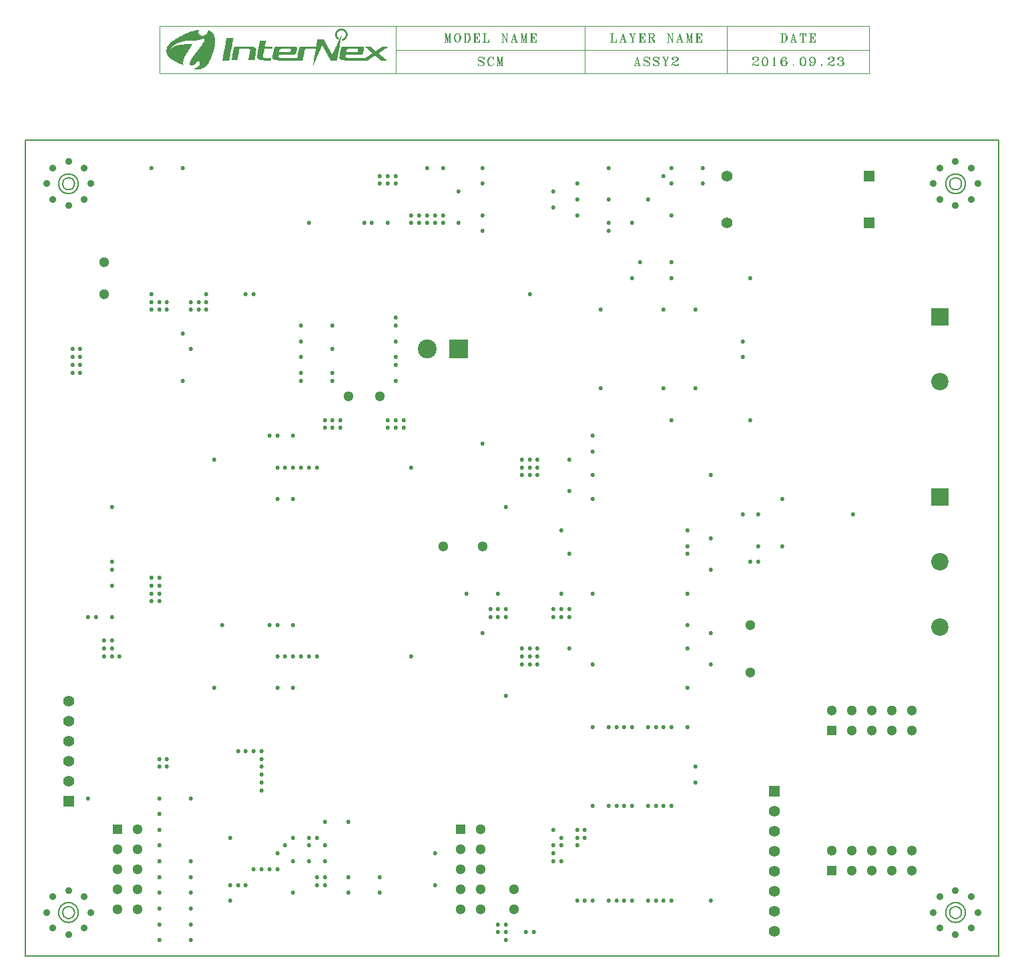
<source format=gbr>
%MOMM*%
%FSLAX33Y33*%
%ADD10C,0.203200*%
%ADD125C,0.120000*%
%ADD135R,1.400000X1.400000*%
%ADD181C,0.530000*%
%ADD182C,0.900000*%
%ADD183R,1.300000X1.300000*%
%ADD184R,2.400000X2.400000*%
%ADD185C,2.200000*%
%ADD186R,2.200000X2.200000*%
%ADD226C,1.400000*%
%ADD227C,2.400000*%
%ADD228C,1.300000*%
G90*G71*G01*D02*G54D10*X000000Y000000D02*X123500Y000000D01*X123500Y103500D01*
X000000Y103500D01*X000000Y000000D01*X004250Y005500D02*X004274Y005256D01*
X004345Y005022D01*X004461Y004806D01*X004616Y004616D01*X004806Y004461D01*
X005022Y004345D01*X005256Y004274D01*X005500Y004250D01*X005744Y004274D01*
X005978Y004345D01*X006194Y004461D01*X006384Y004616D01*X006539Y004806D01*
X006655Y005022D01*X006726Y005256D01*X006750Y005500D01*X006726Y005744D01*
X006655Y005978D01*X006539Y006194D01*X006384Y006384D01*X006194Y006539D01*
X005978Y006655D01*X005744Y006726D01*X005500Y006750D01*X005256Y006726D01*
X005022Y006655D01*X004806Y006539D01*X004616Y006384D01*X004461Y006194D01*
X004345Y005978D01*X004274Y005744D01*X004250Y005500D01*X004750Y005500D02*
X004764Y005354D01*X004807Y005213D01*X004876Y005083D01*X004970Y004970D01*
X005083Y004876D01*X005213Y004807D01*X005354Y004764D01*X005500Y004750D01*
X005646Y004764D01*X005787Y004807D01*X005917Y004876D01*X006030Y004970D01*
X006124Y005083D01*X006193Y005213D01*X006236Y005354D01*X006250Y005500D01*
X006236Y005646D01*X006193Y005787D01*X006124Y005917D01*X006030Y006030D01*
X005917Y006124D01*X005787Y006193D01*X005646Y006236D01*X005500Y006250D01*
X005354Y006236D01*X005213Y006193D01*X005083Y006124D01*X004970Y006030D01*
X004876Y005917D01*X004807Y005787D01*X004764Y005646D01*X004750Y005500D01*
X116750Y005500D02*X116774Y005256D01*X116845Y005022D01*X116961Y004806D01*
X117116Y004616D01*X117306Y004461D01*X117522Y004345D01*X117756Y004274D01*
X118000Y004250D01*X118244Y004274D01*X118478Y004345D01*X118694Y004461D01*
X118884Y004616D01*X119039Y004806D01*X119155Y005022D01*X119226Y005256D01*
X119250Y005500D01*X119226Y005744D01*X119155Y005978D01*X119039Y006194D01*
X118884Y006384D01*X118694Y006539D01*X118478Y006655D01*X118244Y006726D01*
X118000Y006750D01*X117756Y006726D01*X117522Y006655D01*X117306Y006539D01*
X117116Y006384D01*X116961Y006194D01*X116845Y005978D01*X116774Y005744D01*
X116750Y005500D01*X117250Y005500D02*X117264Y005354D01*X117307Y005213D01*
X117376Y005083D01*X117470Y004970D01*X117583Y004876D01*X117713Y004807D01*
X117854Y004764D01*X118000Y004750D01*X118146Y004764D01*X118287Y004807D01*
X118417Y004876D01*X118530Y004970D01*X118624Y005083D01*X118693Y005213D01*
X118736Y005354D01*X118750Y005500D01*X118736Y005646D01*X118693Y005787D01*
X118624Y005917D01*X118530Y006030D01*X118417Y006124D01*X118287Y006193D01*
X118146Y006236D01*X118000Y006250D01*X117854Y006236D01*X117713Y006193D01*
X117583Y006124D01*X117470Y006030D01*X117376Y005917D01*X117307Y005787D01*
X117264Y005646D01*X117250Y005500D01*X004250Y098000D02*X004274Y097756D01*
X004345Y097522D01*X004461Y097306D01*X004616Y097116D01*X004806Y096961D01*
X005022Y096845D01*X005256Y096774D01*X005500Y096750D01*X005744Y096774D01*
X005978Y096845D01*X006194Y096961D01*X006384Y097116D01*X006539Y097306D01*
X006655Y097522D01*X006726Y097756D01*X006750Y098000D01*X006726Y098244D01*
X006655Y098478D01*X006539Y098694D01*X006384Y098884D01*X006194Y099039D01*
X005978Y099155D01*X005744Y099226D01*X005500Y099250D01*X005256Y099226D01*
X005022Y099155D01*X004806Y099039D01*X004616Y098884D01*X004461Y098694D01*
X004345Y098478D01*X004274Y098244D01*X004250Y098000D01*X004750Y098000D02*
X004764Y097854D01*X004807Y097713D01*X004876Y097583D01*X004970Y097470D01*
X005083Y097376D01*X005213Y097307D01*X005354Y097264D01*X005500Y097250D01*
X005646Y097264D01*X005787Y097307D01*X005917Y097376D01*X006030Y097470D01*
X006124Y097583D01*X006193Y097713D01*X006236Y097854D01*X006250Y098000D01*
X006236Y098146D01*X006193Y098287D01*X006124Y098417D01*X006030Y098530D01*
X005917Y098624D01*X005787Y098693D01*X005646Y098736D01*X005500Y098750D01*
X005354Y098736D01*X005213Y098693D01*X005083Y098624D01*X004970Y098530D01*
X004876Y098417D01*X004807Y098287D01*X004764Y098146D01*X004750Y098000D01*
X116750Y098000D02*X116774Y097756D01*X116845Y097522D01*X116961Y097306D01*
X117116Y097116D01*X117306Y096961D01*X117522Y096845D01*X117756Y096774D01*
X118000Y096750D01*X118244Y096774D01*X118478Y096845D01*X118694Y096961D01*
X118884Y097116D01*X119039Y097306D01*X119155Y097522D01*X119226Y097756D01*
X119250Y098000D01*X119226Y098244D01*X119155Y098478D01*X119039Y098694D01*
X118884Y098884D01*X118694Y099039D01*X118478Y099155D01*X118244Y099226D01*
X118000Y099250D01*X117756Y099226D01*X117522Y099155D01*X117306Y099039D01*
X117116Y098884D01*X116961Y098694D01*X116845Y098478D01*X116774Y098244D01*
X116750Y098000D01*X117250Y098000D02*X117264Y097854D01*X117307Y097713D01*
X117376Y097583D01*X117470Y097470D01*X117583Y097376D01*X117713Y097307D01*
X117854Y097264D01*X118000Y097250D01*X118146Y097264D01*X118287Y097307D01*
X118417Y097376D01*X118530Y097470D01*X118624Y097583D01*X118693Y097713D01*
X118736Y097854D01*X118750Y098000D01*X118736Y098146D01*X118693Y098287D01*
X118624Y098417D01*X118530Y098530D01*X118417Y098624D01*X118287Y098693D01*
X118146Y098736D01*X118000Y098750D01*X117854Y098736D01*X117713Y098693D01*
X117583Y098624D01*X117470Y098530D01*X117376Y098417D01*X117307Y098287D01*
X117264Y098146D01*X117250Y098000D01*D02*G54D125*X047000Y118000D02*
X017000Y118000D01*X017000Y112000D01*X047000Y112000D01*X047000Y115000D02*
X107000Y115000D01*X071000Y118000D02*X071000Y112000D01*X047000Y118000D02*
X107000Y118000D01*X107000Y112000D02*X047000Y112000D01*X047000Y118000D02*
X047000Y112000D01*X107000Y118000D02*X107000Y112000D01*X089000Y118000D02*
X089000Y112000D01*X092265Y113882D02*X092265Y113827D01*X092319Y113827D01*
X092319Y113882D01*X092265Y113882D01*X092265Y113936D02*X092319Y113936D01*
X092374Y113882D01*X092374Y113827D01*X092319Y113773D01*X092265Y113773D01*
X092210Y113827D01*X092210Y113882D01*X092265Y113991D01*X092319Y114045D01*
X092483Y114082D01*X092709Y114082D01*X092873Y114045D01*X092928Y113991D01*
X092990Y113882D01*X092990Y113773D01*X092928Y113682D01*X092764Y113573D01*
X092483Y113464D01*X092374Y113409D01*X092265Y113300D01*X092210Y113155D01*
X092210Y112991D01*X092873Y113991D02*X092928Y113882D01*X092928Y113773D01*
X092873Y113682D01*X092709Y114082D02*X092818Y114045D01*X092873Y113882D01*
X092873Y113773D01*X092818Y113682D01*X092709Y113573D01*X092483Y113464D01*
X092210Y113100D02*X092265Y113155D01*X092374Y113155D01*X092647Y113100D01*
X092873Y113100D01*X092990Y113155D01*X092374Y113155D02*X092647Y113045D01*
X092873Y113045D01*X092928Y113100D01*X092374Y113155D02*X092647Y112991D01*
X092873Y112991D01*X092928Y113045D01*X092990Y113155D01*X092990Y113245D01*
X093738Y114082D02*X093574Y114045D01*X093465Y113882D01*X093410Y113627D01*
X093410Y113464D01*X093465Y113209D01*X093574Y113045D01*X093738Y112991D01*
X093855Y112991D01*X094018Y113045D01*X094128Y113209D01*X094190Y113464D01*
X094190Y113627D01*X094128Y113882D01*X094018Y114045D01*X093855Y114082D01*
X093738Y114082D01*X093574Y113991D02*X093519Y113882D01*X093465Y113682D01*
X093465Y113409D01*X093519Y113209D01*X093574Y113100D01*X094018Y113100D02*
X094073Y113209D01*X094128Y113409D01*X094128Y113682D01*X094073Y113882D01*
X094018Y113991D01*X093738Y114082D02*X093628Y114045D01*X093574Y113936D01*
X093519Y113682D01*X093519Y113409D01*X093574Y113155D01*X093628Y113045D01*
X093738Y112991D01*X093855Y112991D02*X093964Y113045D01*X094018Y113155D01*
X094073Y113409D01*X094073Y113682D01*X094018Y113936D01*X093964Y114045D01*
X093855Y114082D01*X094961Y113991D02*X094961Y112991D01*X094992Y113991D02*
X094992Y113045D01*X095016Y114082D02*X095016Y112991D01*X095016Y114082D02*
X094938Y113936D01*X094891Y113882D01*X094867Y112991D02*X095117Y112991D01*
X094961Y113045D02*X094914Y112991D01*X094961Y113100D02*X094938Y112991D01*
X095016Y113100D02*X095039Y112991D01*X095016Y113045D02*X095062Y112991D01*
X096418Y113936D02*X096418Y113882D01*X096473Y113882D01*X096473Y113936D01*
X096418Y113936D01*X096473Y113991D02*X096418Y113991D01*X096364Y113936D01*
X096364Y113882D01*X096418Y113827D01*X096473Y113827D01*X096528Y113882D01*
X096528Y113936D01*X096473Y114045D01*X096364Y114082D01*X096200Y114082D01*
X096028Y114045D01*X095919Y113936D01*X095865Y113827D01*X095810Y113627D01*
X095810Y113300D01*X095865Y113155D01*X095974Y113045D01*X096138Y112991D01*
X096255Y112991D01*X096418Y113045D01*X096528Y113155D01*X096590Y113300D01*
X096590Y113355D01*X096528Y113518D01*X096418Y113627D01*X096255Y113682D01*
X096138Y113682D01*X096028Y113627D01*X095974Y113573D01*X095919Y113464D01*
X095974Y113936D02*X095919Y113827D01*X095865Y113627D01*X095865Y113300D01*
X095919Y113155D01*X095974Y113100D01*X096473Y113155D02*X096528Y113245D01*
X096528Y113409D01*X096473Y113518D01*X096200Y114082D02*X096083Y114045D01*
X096028Y113991D01*X095974Y113882D01*X095919Y113682D01*X095919Y113300D01*
X095974Y113155D01*X096028Y113045D01*X096138Y112991D01*X096255Y112991D02*
X096364Y113045D01*X096418Y113100D01*X096473Y113245D01*X096473Y113409D01*
X096418Y113573D01*X096364Y113627D01*X096255Y113682D01*X097384Y113155D02*
X097361Y113100D01*X097361Y113045D01*X097384Y112991D01*X097408Y112991D01*
X097431Y113045D01*X097431Y113100D01*X097408Y113155D01*X097384Y113155D01*
X097384Y113100D02*X097384Y113045D01*X097408Y113045D01*X097408Y113100D01*
X097384Y113100D01*X098538Y114082D02*X098374Y114045D01*X098265Y113882D01*
X098210Y113627D01*X098210Y113464D01*X098265Y113209D01*X098374Y113045D01*
X098538Y112991D01*X098655Y112991D01*X098818Y113045D01*X098928Y113209D01*
X098990Y113464D01*X098990Y113627D01*X098928Y113882D01*X098818Y114045D01*
X098655Y114082D01*X098538Y114082D01*X098374Y113991D02*X098319Y113882D01*
X098265Y113682D01*X098265Y113409D01*X098319Y113209D01*X098374Y113100D01*
X098818Y113100D02*X098873Y113209D01*X098928Y113409D01*X098928Y113682D01*
X098873Y113882D01*X098818Y113991D01*X098538Y114082D02*X098428Y114045D01*
X098374Y113936D01*X098319Y113682D01*X098319Y113409D01*X098374Y113155D01*
X098428Y113045D01*X098538Y112991D01*X098655Y112991D02*X098764Y113045D01*
X098818Y113155D01*X098873Y113409D01*X098873Y113682D01*X098818Y113936D01*
X098764Y114045D01*X098655Y114082D01*X099519Y113209D02*X099519Y113155D01*
X099574Y113155D01*X099574Y113209D01*X099519Y113209D01*X100073Y113627D02*
X100018Y113518D01*X099964Y113464D01*X099855Y113409D01*X099738Y113409D01*
X099574Y113464D01*X099465Y113573D01*X099410Y113718D01*X099410Y113773D01*
X099465Y113936D01*X099574Y114045D01*X099738Y114082D01*X099855Y114082D01*
X100018Y114045D01*X100128Y113936D01*X100190Y113773D01*X100190Y113464D01*
X100128Y113245D01*X100073Y113155D01*X099964Y113045D01*X099792Y112991D01*
X099628Y112991D01*X099519Y113045D01*X099465Y113155D01*X099465Y113209D01*
X099519Y113245D01*X099574Y113245D01*X099628Y113209D01*X099628Y113155D01*
X099574Y113100D01*X099519Y113100D01*X099519Y113573D02*X099465Y113682D01*
X099465Y113827D01*X099519Y113936D01*X100018Y113991D02*X100073Y113936D01*
X100128Y113773D01*X100128Y113464D01*X100073Y113245D01*X100018Y113155D01*
X099738Y113409D02*X099628Y113464D01*X099574Y113518D01*X099519Y113682D01*
X099519Y113827D01*X099574Y113991D01*X099628Y114045D01*X099738Y114082D01*
X099855Y114082D02*X099964Y114045D01*X100018Y113936D01*X100073Y113773D01*
X100073Y113409D01*X100018Y113209D01*X099964Y113100D01*X099909Y113045D01*
X099792Y112991D01*X100984Y113155D02*X100961Y113100D01*X100961Y113045D01*
X100984Y112991D01*X101008Y112991D01*X101031Y113045D01*X101031Y113100D01*
X101008Y113155D01*X100984Y113155D01*X100984Y113100D02*X100984Y113045D01*
X101008Y113045D01*X101008Y113100D01*X100984Y113100D01*X101865Y113882D02*
X101865Y113827D01*X101919Y113827D01*X101919Y113882D01*X101865Y113882D01*
X101865Y113936D02*X101919Y113936D01*X101974Y113882D01*X101974Y113827D01*
X101919Y113773D01*X101865Y113773D01*X101810Y113827D01*X101810Y113882D01*
X101865Y113991D01*X101919Y114045D01*X102083Y114082D01*X102309Y114082D01*
X102473Y114045D01*X102528Y113991D01*X102590Y113882D01*X102590Y113773D01*
X102528Y113682D01*X102364Y113573D01*X102083Y113464D01*X101974Y113409D01*
X101865Y113300D01*X101810Y113155D01*X101810Y112991D01*X102473Y113991D02*
X102528Y113882D01*X102528Y113773D01*X102473Y113682D01*X102309Y114082D02*
X102418Y114045D01*X102473Y113882D01*X102473Y113773D01*X102418Y113682D01*
X102309Y113573D01*X102083Y113464D01*X101810Y113100D02*X101865Y113155D01*
X101974Y113155D01*X102247Y113100D01*X102473Y113100D01*X102590Y113155D01*
X101974Y113155D02*X102247Y113045D01*X102473Y113045D01*X102528Y113100D01*
X101974Y113155D02*X102247Y112991D01*X102473Y112991D01*X102528Y113045D01*
X102590Y113155D01*X102590Y113245D01*X103065Y113882D02*X103065Y113827D01*
X103119Y113827D01*X103119Y113882D01*X103065Y113882D01*X103065Y113936D02*
X103119Y113936D01*X103174Y113882D01*X103174Y113827D01*X103119Y113773D01*
X103065Y113773D01*X103010Y113827D01*X103010Y113882D01*X103065Y113991D01*
X103119Y114045D01*X103283Y114082D01*X103509Y114082D01*X103673Y114045D01*
X103728Y113936D01*X103728Y113773D01*X103673Y113682D01*X103509Y113627D01*
X103618Y114045D02*X103673Y113936D01*X103673Y113773D01*X103618Y113682D01*
X103455Y114082D02*X103564Y114045D01*X103618Y113936D01*X103618Y113773D01*
X103564Y113682D01*X103455Y113627D01*X103338Y113627D02*X103509Y113627D01*
X103618Y113573D01*X103728Y113464D01*X103790Y113355D01*X103790Y113209D01*
X103728Y113100D01*X103673Y113045D01*X103509Y112991D01*X103283Y112991D01*
X103119Y113045D01*X103065Y113100D01*X103010Y113209D01*X103010Y113245D01*
X103065Y113300D01*X103119Y113300D01*X103174Y113245D01*X103174Y113209D01*
X103119Y113155D01*X103065Y113155D01*X103673Y113464D02*X103728Y113355D01*
X103728Y113209D01*X103673Y113100D01*X103455Y113627D02*X103564Y113573D01*
X103618Y113518D01*X103673Y113355D01*X103673Y113209D01*X103618Y113045D01*
X103509Y112991D01*X103065Y113245D02*X103065Y113209D01*X103119Y113209D01*
X103119Y113245D01*X103065Y113245D01*X095943Y117082D02*X095943Y115991D01*
X095989Y117045D02*X095989Y116045D01*X096036Y117082D02*X096036Y115991D01*
X095810Y117082D02*X096262Y117082D01*X096403Y117045D01*X096496Y116936D01*
X096543Y116827D01*X096590Y116682D01*X096590Y116409D01*X096543Y116245D01*
X096496Y116155D01*X096403Y116045D01*X096262Y115991D01*X095810Y115991D01*
X096450Y116936D02*X096496Y116827D01*X096543Y116682D01*X096543Y116409D01*
X096496Y116245D01*X096450Y116155D01*X096262Y117082D02*X096356Y117045D01*
X096450Y116882D01*X096496Y116682D01*X096496Y116409D01*X096450Y116209D01*
X096356Y116045D01*X096262Y115991D01*X095849Y117082D02*X095943Y117045D01*
X095896Y117082D02*X095943Y116991D01*X096083Y117082D02*X096036Y116991D01*
X096130Y117082D02*X096036Y117045D01*X095943Y116045D02*X095849Y115991D01*
X095943Y116100D02*X095896Y115991D01*X096036Y116100D02*X096083Y115991D01*
X096036Y116045D02*X096130Y115991D01*X097400Y117082D02*X097096Y116045D01*
X097353Y116936D02*X097611Y115991D01*X097400Y116936D02*X097657Y115991D01*
X097400Y117082D02*X097696Y115991D01*X097182Y116300D02*X097572Y116300D01*
X097010Y115991D02*X097267Y115991D01*X097486Y115991D02*X097790Y115991D01*
X097096Y116045D02*X097049Y115991D01*X097096Y116045D02*X097182Y115991D01*
X097611Y116045D02*X097525Y115991D01*X097611Y116100D02*X097572Y115991D01*
X097657Y116100D02*X097743Y115991D01*X098210Y117082D02*X098210Y116773D01*
X098545Y117082D02*X098545Y115991D01*X098600Y117045D02*X098600Y116045D01*
X098647Y117082D02*X098647Y115991D01*X098990Y117082D02*X098990Y116773D01*
X098210Y117082D02*X098990Y117082D01*X098405Y115991D02*X098787Y115991D01*
X098257Y117082D02*X098210Y116773D01*X098304Y117082D02*X098210Y116936D01*
X098350Y117082D02*X098210Y116991D01*X098452Y117082D02*X098210Y117045D01*
X098740Y117082D02*X098990Y117045D01*X098842Y117082D02*X098990Y116991D01*
X098889Y117082D02*X098990Y116936D01*X098935Y117082D02*X098990Y116773D01*
X098545Y116045D02*X098452Y115991D01*X098545Y116100D02*X098499Y115991D01*
X098647Y116100D02*X098694Y115991D01*X098647Y116045D02*X098740Y115991D01*
X099550Y117082D02*X099550Y115991D01*X099597Y117045D02*X099597Y116045D01*
X099652Y117082D02*X099652Y115991D01*X099410Y117082D02*X100190Y117082D01*
X100190Y116773D01*X099652Y116573D02*X099940Y116573D01*X099940Y116773D02*
X099940Y116355D01*X099410Y115991D02*X100190Y115991D01*X100190Y116300D01*
X099457Y117082D02*X099550Y117045D01*X099504Y117082D02*X099550Y116991D01*
X099699Y117082D02*X099652Y116991D01*X099745Y117082D02*X099652Y117045D01*
X099940Y117082D02*X100190Y117045D01*X100042Y117082D02*X100190Y116991D01*
X100089Y117082D02*X100190Y116936D01*X100135Y117082D02*X100190Y116773D01*
X099940Y116773D02*X099894Y116573D01*X099940Y116355D01*X099940Y116682D02*
X099847Y116573D01*X099940Y116464D01*X099940Y116627D02*X099745Y116573D01*
X099940Y116518D01*X099550Y116045D02*X099457Y115991D01*X099550Y116100D02*
X099504Y115991D01*X099652Y116100D02*X099699Y115991D01*X099652Y116045D02*
X099745Y115991D01*X099940Y115991D02*X100190Y116045D01*X100042Y115991D02*
X100190Y116100D01*X100089Y115991D02*X100190Y116155D01*X100135Y115991D02*
X100190Y116300D01*X074366Y117082D02*X074366Y115991D01*X074413Y117045D02*
X074413Y116045D01*X074467Y117082D02*X074467Y115991D01*X074210Y117082D02*
X074623Y117082D01*X074210Y115991D02*X074990Y115991D01*X074990Y116300D01*
X074257Y117082D02*X074366Y117045D01*X074311Y117082D02*X074366Y116991D01*
X074522Y117082D02*X074467Y116991D01*X074569Y117082D02*X074467Y117045D01*
X074366Y116045D02*X074257Y115991D01*X074366Y116100D02*X074311Y115991D01*
X074467Y116100D02*X074522Y115991D01*X074467Y116045D02*X074569Y115991D01*
X074725Y115991D02*X074990Y116045D01*X074826Y115991D02*X074990Y116100D01*
X074881Y115991D02*X074990Y116155D01*X074935Y115991D02*X074990Y116300D01*
X075800Y117082D02*X075496Y116045D01*X075753Y116936D02*X076011Y115991D01*
X075800Y116936D02*X076057Y115991D01*X075800Y117082D02*X076096Y115991D01*
X075582Y116300D02*X075972Y116300D01*X075410Y115991D02*X075667Y115991D01*
X075886Y115991D02*X076190Y115991D01*X075496Y116045D02*X075449Y115991D01*
X075496Y116045D02*X075582Y115991D01*X076011Y116045D02*X075925Y115991D01*
X076011Y116100D02*X075972Y115991D01*X076057Y116100D02*X076143Y115991D01*
X076688Y117082D02*X076953Y116518D01*X076953Y115991D01*X076727Y117082D02*
X076992Y116518D01*X076992Y116045D01*X076758Y117082D02*X077039Y116518D01*
X077039Y115991D01*X077265Y117045D02*X077039Y116518D01*X076610Y117082D02*
X076883Y117082D01*X077148Y117082D02*X077390Y117082D01*X076844Y115991D02*
X077148Y115991D01*X076649Y117082D02*X076727Y117045D01*X076844Y117082D02*
X076758Y117045D01*X077195Y117082D02*X077265Y117045D01*X077343Y117082D02*
X077265Y117045D01*X076953Y116045D02*X076883Y115991D01*X076953Y116100D02*
X076914Y115991D01*X077039Y116100D02*X077070Y115991D01*X077039Y116045D02*
X077109Y115991D01*X077950Y117082D02*X077950Y115991D01*X077997Y117045D02*
X077997Y116045D01*X078052Y117082D02*X078052Y115991D01*X077810Y117082D02*
X078590Y117082D01*X078590Y116773D01*X078052Y116573D02*X078340Y116573D01*
X078340Y116773D02*X078340Y116355D01*X077810Y115991D02*X078590Y115991D01*
X078590Y116300D01*X077857Y117082D02*X077950Y117045D01*X077904Y117082D02*
X077950Y116991D01*X078099Y117082D02*X078052Y116991D01*X078145Y117082D02*
X078052Y117045D01*X078340Y117082D02*X078590Y117045D01*X078442Y117082D02*
X078590Y116991D01*X078489Y117082D02*X078590Y116936D01*X078535Y117082D02*
X078590Y116773D01*X078340Y116773D02*X078294Y116573D01*X078340Y116355D01*
X078340Y116682D02*X078247Y116573D01*X078340Y116464D01*X078340Y116627D02*
X078145Y116573D01*X078340Y116518D01*X077950Y116045D02*X077857Y115991D01*
X077950Y116100D02*X077904Y115991D01*X078052Y116100D02*X078099Y115991D01*
X078052Y116045D02*X078145Y115991D01*X078340Y115991D02*X078590Y116045D01*
X078442Y115991D02*X078590Y116100D01*X078489Y115991D02*X078590Y116155D01*
X078535Y115991D02*X078590Y116300D01*X079135Y117082D02*X079135Y115991D01*
X079182Y117045D02*X079182Y116045D01*X079221Y117082D02*X079221Y115991D01*
X079010Y117082D02*X079525Y117082D01*X079657Y117045D01*X079696Y116991D01*
X079743Y116882D01*X079743Y116773D01*X079696Y116682D01*X079657Y116627D01*
X079525Y116573D01*X079221Y116573D01*X079657Y116991D02*X079696Y116882D01*
X079696Y116773D01*X079657Y116682D01*X079525Y117082D02*X079611Y117045D01*
X079657Y116936D01*X079657Y116718D01*X079611Y116627D01*X079525Y116573D01*
X079392Y116573D02*X079486Y116518D01*X079525Y116409D01*X079611Y116100D01*
X079657Y115991D01*X079743Y115991D01*X079790Y116100D01*X079790Y116209D01*
X079611Y116209D02*X079657Y116100D01*X079696Y116045D01*X079743Y116045D01*
X079486Y116518D02*X079525Y116464D01*X079657Y116155D01*X079696Y116100D01*
X079743Y116100D01*X079790Y116155D01*X079010Y115991D02*X079353Y115991D01*
X079049Y117082D02*X079135Y117045D01*X079096Y117082D02*X079135Y116991D01*
X079267Y117082D02*X079221Y116991D01*X079306Y117082D02*X079221Y117045D01*
X079135Y116045D02*X079049Y115991D01*X079135Y116100D02*X079096Y115991D01*
X079221Y116100D02*X079267Y115991D01*X079221Y116045D02*X079306Y115991D01*
X081519Y117082D02*X081519Y116045D01*X081519Y117082D02*X082065Y115991D01*
X081566Y117082D02*X082026Y116155D01*X081597Y117082D02*X082065Y116155D01*
X082065Y117045D02*X082065Y115991D01*X081410Y117082D02*X081597Y117082D01*
X081956Y117082D02*X082190Y117082D01*X081410Y115991D02*X081636Y115991D01*
X081441Y117082D02*X081519Y117045D01*X081995Y117082D02*X082065Y117045D01*
X082151Y117082D02*X082065Y117045D01*X081519Y116045D02*X081441Y115991D01*
X081519Y116045D02*X081597Y115991D01*X083000Y117082D02*X082696Y116045D01*
X082953Y116936D02*X083211Y115991D01*X083000Y116936D02*X083257Y115991D01*
X083000Y117082D02*X083296Y115991D01*X082782Y116300D02*X083172Y116300D01*
X082610Y115991D02*X082867Y115991D01*X083086Y115991D02*X083390Y115991D01*
X082696Y116045D02*X082649Y115991D01*X082696Y116045D02*X082782Y115991D01*
X083211Y116045D02*X083125Y115991D01*X083211Y116100D02*X083172Y115991D01*
X083257Y116100D02*X083343Y115991D01*X083911Y117082D02*X083911Y116045D01*
X083911Y117082D02*X084161Y115991D01*X083950Y117082D02*X084161Y116155D01*
X083982Y117082D02*X084192Y116155D01*X084411Y117082D02*X084161Y115991D01*
X084411Y117082D02*X084411Y115991D01*X084442Y117045D02*X084442Y116045D01*
X084481Y117082D02*X084481Y115991D01*X083810Y117082D02*X083982Y117082D01*
X084411Y117082D02*X084590Y117082D01*X083810Y115991D02*X084021Y115991D01*
X084301Y115991D02*X084590Y115991D01*X083841Y117082D02*X083911Y117045D01*
X084512Y117082D02*X084481Y116991D01*X084551Y117082D02*X084481Y117045D01*
X083911Y116045D02*X083841Y115991D01*X083911Y116045D02*X083982Y115991D01*
X084411Y116045D02*X084340Y115991D01*X084411Y116100D02*X084372Y115991D01*
X084481Y116100D02*X084512Y115991D01*X084481Y116045D02*X084551Y115991D01*
X085150Y117082D02*X085150Y115991D01*X085197Y117045D02*X085197Y116045D01*
X085252Y117082D02*X085252Y115991D01*X085010Y117082D02*X085790Y117082D01*
X085790Y116773D01*X085252Y116573D02*X085540Y116573D01*X085540Y116773D02*
X085540Y116355D01*X085010Y115991D02*X085790Y115991D01*X085790Y116300D01*
X085057Y117082D02*X085150Y117045D01*X085104Y117082D02*X085150Y116991D01*
X085299Y117082D02*X085252Y116991D01*X085345Y117082D02*X085252Y117045D01*
X085540Y117082D02*X085790Y117045D01*X085642Y117082D02*X085790Y116991D01*
X085689Y117082D02*X085790Y116936D01*X085735Y117082D02*X085790Y116773D01*
X085540Y116773D02*X085494Y116573D01*X085540Y116355D01*X085540Y116682D02*
X085447Y116573D01*X085540Y116464D01*X085540Y116627D02*X085345Y116573D01*
X085540Y116518D01*X085150Y116045D02*X085057Y115991D01*X085150Y116100D02*
X085104Y115991D01*X085252Y116100D02*X085299Y115991D01*X085252Y116045D02*
X085345Y115991D01*X085540Y115991D02*X085790Y116045D01*X085642Y115991D02*
X085790Y116100D01*X085689Y115991D02*X085790Y116155D01*X085735Y115991D02*
X085790Y116300D01*X053311Y117082D02*X053311Y116045D01*X053311Y117082D02*
X053561Y115991D01*X053350Y117082D02*X053561Y116155D01*X053382Y117082D02*
X053592Y116155D01*X053811Y117082D02*X053561Y115991D01*X053811Y117082D02*
X053811Y115991D01*X053842Y117045D02*X053842Y116045D01*X053881Y117082D02*
X053881Y115991D01*X053210Y117082D02*X053382Y117082D01*X053811Y117082D02*
X053990Y117082D01*X053210Y115991D02*X053421Y115991D01*X053701Y115991D02*
X053990Y115991D01*X053241Y117082D02*X053311Y117045D01*X053912Y117082D02*
X053881Y116991D01*X053951Y117082D02*X053881Y117045D01*X053311Y116045D02*
X053241Y115991D01*X053311Y116045D02*X053382Y115991D01*X053811Y116045D02*
X053740Y115991D01*X053811Y116100D02*X053772Y115991D01*X053881Y116100D02*
X053912Y115991D01*X053881Y116045D02*X053951Y115991D01*X054745Y117082D02*
X054605Y117045D01*X054504Y116936D01*X054457Y116827D01*X054410Y116627D01*
X054410Y116464D01*X054457Y116245D01*X054504Y116155D01*X054605Y116045D01*
X054745Y115991D01*X054847Y115991D01*X054995Y116045D01*X055089Y116155D01*
X055135Y116245D01*X055190Y116464D01*X055190Y116627D01*X055135Y116827D01*
X055089Y116936D01*X054995Y117045D01*X054847Y117082D01*X054745Y117082D01*
X054550Y116936D02*X054504Y116827D01*X054457Y116682D01*X054457Y116409D01*
X054504Y116245D01*X054550Y116155D01*X055042Y116155D02*X055089Y116245D01*
X055135Y116409D01*X055135Y116682D01*X055089Y116827D01*X055042Y116936D01*
X054745Y117082D02*X054652Y117045D01*X054550Y116882D01*X054504Y116682D01*
X054504Y116409D01*X054550Y116209D01*X054652Y116045D01*X054745Y115991D01*
X054847Y115991D02*X054940Y116045D01*X055042Y116209D01*X055089Y116409D01*
X055089Y116682D01*X055042Y116882D01*X054940Y117045D01*X054847Y117082D01*
X055743Y117082D02*X055743Y115991D01*X055789Y117045D02*X055789Y116045D01*
X055836Y117082D02*X055836Y115991D01*X055610Y117082D02*X056062Y117082D01*
X056203Y117045D01*X056296Y116936D01*X056343Y116827D01*X056390Y116682D01*
X056390Y116409D01*X056343Y116245D01*X056296Y116155D01*X056203Y116045D01*
X056062Y115991D01*X055610Y115991D01*X056250Y116936D02*X056296Y116827D01*
X056343Y116682D01*X056343Y116409D01*X056296Y116245D01*X056250Y116155D01*
X056062Y117082D02*X056156Y117045D01*X056250Y116882D01*X056296Y116682D01*
X056296Y116409D01*X056250Y116209D01*X056156Y116045D01*X056062Y115991D01*
X055649Y117082D02*X055743Y117045D01*X055696Y117082D02*X055743Y116991D01*
X055883Y117082D02*X055836Y116991D01*X055930Y117082D02*X055836Y117045D01*
X055743Y116045D02*X055649Y115991D01*X055743Y116100D02*X055696Y115991D01*
X055836Y116100D02*X055883Y115991D01*X055836Y116045D02*X055930Y115991D01*
X056950Y117082D02*X056950Y115991D01*X056997Y117045D02*X056997Y116045D01*
X057052Y117082D02*X057052Y115991D01*X056810Y117082D02*X057590Y117082D01*
X057590Y116773D01*X057052Y116573D02*X057340Y116573D01*X057340Y116773D02*
X057340Y116355D01*X056810Y115991D02*X057590Y115991D01*X057590Y116300D01*
X056857Y117082D02*X056950Y117045D01*X056904Y117082D02*X056950Y116991D01*
X057099Y117082D02*X057052Y116991D01*X057145Y117082D02*X057052Y117045D01*
X057340Y117082D02*X057590Y117045D01*X057442Y117082D02*X057590Y116991D01*
X057489Y117082D02*X057590Y116936D01*X057535Y117082D02*X057590Y116773D01*
X057340Y116773D02*X057294Y116573D01*X057340Y116355D01*X057340Y116682D02*
X057247Y116573D01*X057340Y116464D01*X057340Y116627D02*X057145Y116573D01*
X057340Y116518D01*X056950Y116045D02*X056857Y115991D01*X056950Y116100D02*
X056904Y115991D01*X057052Y116100D02*X057099Y115991D01*X057052Y116045D02*
X057145Y115991D01*X057340Y115991D02*X057590Y116045D01*X057442Y115991D02*
X057590Y116100D01*X057489Y115991D02*X057590Y116155D01*X057535Y115991D02*
X057590Y116300D01*X058166Y117082D02*X058166Y115991D01*X058213Y117045D02*
X058213Y116045D01*X058267Y117082D02*X058267Y115991D01*X058010Y117082D02*
X058423Y117082D01*X058010Y115991D02*X058790Y115991D01*X058790Y116300D01*
X058057Y117082D02*X058166Y117045D01*X058111Y117082D02*X058166Y116991D01*
X058322Y117082D02*X058267Y116991D01*X058369Y117082D02*X058267Y117045D01*
X058166Y116045D02*X058057Y115991D01*X058166Y116100D02*X058111Y115991D01*
X058267Y116100D02*X058322Y115991D01*X058267Y116045D02*X058369Y115991D01*
X058525Y115991D02*X058790Y116045D01*X058626Y115991D02*X058790Y116100D01*
X058681Y115991D02*X058790Y116155D01*X058735Y115991D02*X058790Y116300D01*
X060519Y117082D02*X060519Y116045D01*X060519Y117082D02*X061065Y115991D01*
X060566Y117082D02*X061026Y116155D01*X060597Y117082D02*X061065Y116155D01*
X061065Y117045D02*X061065Y115991D01*X060410Y117082D02*X060597Y117082D01*
X060956Y117082D02*X061190Y117082D01*X060410Y115991D02*X060636Y115991D01*
X060441Y117082D02*X060519Y117045D01*X060995Y117082D02*X061065Y117045D01*
X061151Y117082D02*X061065Y117045D01*X060519Y116045D02*X060441Y115991D01*
X060519Y116045D02*X060597Y115991D01*X062000Y117082D02*X061696Y116045D01*
X061953Y116936D02*X062211Y115991D01*X062000Y116936D02*X062257Y115991D01*
X062000Y117082D02*X062296Y115991D01*X061782Y116300D02*X062172Y116300D01*
X061610Y115991D02*X061867Y115991D01*X062086Y115991D02*X062390Y115991D01*
X061696Y116045D02*X061649Y115991D01*X061696Y116045D02*X061782Y115991D01*
X062211Y116045D02*X062125Y115991D01*X062211Y116100D02*X062172Y115991D01*
X062257Y116100D02*X062343Y115991D01*X062911Y117082D02*X062911Y116045D01*
X062911Y117082D02*X063161Y115991D01*X062950Y117082D02*X063161Y116155D01*
X062982Y117082D02*X063192Y116155D01*X063411Y117082D02*X063161Y115991D01*
X063411Y117082D02*X063411Y115991D01*X063442Y117045D02*X063442Y116045D01*
X063481Y117082D02*X063481Y115991D01*X062810Y117082D02*X062982Y117082D01*
X063411Y117082D02*X063590Y117082D01*X062810Y115991D02*X063021Y115991D01*
X063301Y115991D02*X063590Y115991D01*X062841Y117082D02*X062911Y117045D01*
X063512Y117082D02*X063481Y116991D01*X063551Y117082D02*X063481Y117045D01*
X062911Y116045D02*X062841Y115991D01*X062911Y116045D02*X062982Y115991D01*
X063411Y116045D02*X063340Y115991D01*X063411Y116100D02*X063372Y115991D01*
X063481Y116100D02*X063512Y115991D01*X063481Y116045D02*X063551Y115991D01*
X064150Y117082D02*X064150Y115991D01*X064197Y117045D02*X064197Y116045D01*
X064252Y117082D02*X064252Y115991D01*X064010Y117082D02*X064790Y117082D01*
X064790Y116773D01*X064252Y116573D02*X064540Y116573D01*X064540Y116773D02*
X064540Y116355D01*X064010Y115991D02*X064790Y115991D01*X064790Y116300D01*
X064057Y117082D02*X064150Y117045D01*X064104Y117082D02*X064150Y116991D01*
X064299Y117082D02*X064252Y116991D01*X064345Y117082D02*X064252Y117045D01*
X064540Y117082D02*X064790Y117045D01*X064642Y117082D02*X064790Y116991D01*
X064689Y117082D02*X064790Y116936D01*X064735Y117082D02*X064790Y116773D01*
X064540Y116773D02*X064494Y116573D01*X064540Y116355D01*X064540Y116682D02*
X064447Y116573D01*X064540Y116464D01*X064540Y116627D02*X064345Y116573D01*
X064540Y116518D01*X064150Y116045D02*X064057Y115991D01*X064150Y116100D02*
X064104Y115991D01*X064252Y116100D02*X064299Y115991D01*X064252Y116045D02*
X064345Y115991D01*X064540Y115991D02*X064790Y116045D01*X064642Y115991D02*
X064790Y116100D01*X064689Y115991D02*X064790Y116155D01*X064735Y115991D02*
X064790Y116300D01*X058128Y113936D02*X058190Y114082D01*X058190Y113773D01*
X058128Y113936D01*X058018Y114045D01*X057847Y114082D01*X057683Y114082D01*
X057519Y114045D01*X057410Y113936D01*X057410Y113773D01*X057465Y113682D01*
X057628Y113573D01*X057964Y113464D01*X058073Y113409D01*X058128Y113300D01*
X058128Y113155D01*X058073Y113045D01*X057465Y113773D02*X057519Y113682D01*
X057628Y113627D01*X057964Y113518D01*X058073Y113464D01*X058128Y113355D01*
X057519Y114045D02*X057465Y113936D01*X057465Y113827D01*X057519Y113718D01*
X057628Y113682D01*X057964Y113573D01*X058128Y113464D01*X058190Y113355D01*
X058190Y113209D01*X058128Y113100D01*X058073Y113045D01*X057909Y112991D01*
X057738Y112991D01*X057574Y113045D01*X057465Y113155D01*X057410Y113300D01*
X057410Y112991D01*X057465Y113155D01*X059335Y113936D02*X059390Y114082D01*
X059390Y113773D01*X059335Y113936D01*X059226Y114045D01*X059125Y114082D01*
X058969Y114082D01*X058813Y114045D01*X058711Y113936D01*X058657Y113827D01*
X058610Y113682D01*X058610Y113409D01*X058657Y113245D01*X058711Y113155D01*
X058813Y113045D01*X058969Y112991D01*X059125Y112991D01*X059226Y113045D01*
X059335Y113155D01*X059390Y113245D01*X058758Y113936D02*X058711Y113827D01*
X058657Y113682D01*X058657Y113409D01*X058711Y113245D01*X058758Y113155D01*
X058969Y114082D02*X058867Y114045D01*X058758Y113882D01*X058711Y113682D01*
X058711Y113409D01*X058758Y113209D01*X058867Y113045D01*X058969Y112991D01*
X059911Y114082D02*X059911Y113045D01*X059911Y114082D02*X060161Y112991D01*
X059950Y114082D02*X060161Y113155D01*X059982Y114082D02*X060192Y113155D01*
X060411Y114082D02*X060161Y112991D01*X060411Y114082D02*X060411Y112991D01*
X060442Y114045D02*X060442Y113045D01*X060481Y114082D02*X060481Y112991D01*
X059810Y114082D02*X059982Y114082D01*X060411Y114082D02*X060590Y114082D01*
X059810Y112991D02*X060021Y112991D01*X060301Y112991D02*X060590Y112991D01*
X059841Y114082D02*X059911Y114045D01*X060512Y114082D02*X060481Y113991D01*
X060551Y114082D02*X060481Y114045D01*X059911Y113045D02*X059841Y112991D01*
X059911Y113045D02*X059982Y112991D01*X060411Y113045D02*X060340Y112991D01*
X060411Y113100D02*X060372Y112991D01*X060481Y113100D02*X060512Y112991D01*
X060481Y113045D02*X060551Y112991D01*X077600Y114082D02*X077296Y113045D01*
X077553Y113936D02*X077811Y112991D01*X077600Y113936D02*X077857Y112991D01*
X077600Y114082D02*X077896Y112991D01*X077382Y113300D02*X077772Y113300D01*
X077210Y112991D02*X077467Y112991D01*X077686Y112991D02*X077990Y112991D01*
X077296Y113045D02*X077249Y112991D01*X077296Y113045D02*X077382Y112991D01*
X077811Y113045D02*X077725Y112991D01*X077811Y113100D02*X077772Y112991D01*
X077857Y113100D02*X077943Y112991D01*X079128Y113936D02*X079190Y114082D01*
X079190Y113773D01*X079128Y113936D01*X079018Y114045D01*X078847Y114082D01*
X078683Y114082D01*X078519Y114045D01*X078410Y113936D01*X078410Y113773D01*
X078465Y113682D01*X078628Y113573D01*X078964Y113464D01*X079073Y113409D01*
X079128Y113300D01*X079128Y113155D01*X079073Y113045D01*X078465Y113773D02*
X078519Y113682D01*X078628Y113627D01*X078964Y113518D01*X079073Y113464D01*
X079128Y113355D01*X078519Y114045D02*X078465Y113936D01*X078465Y113827D01*
X078519Y113718D01*X078628Y113682D01*X078964Y113573D01*X079128Y113464D01*
X079190Y113355D01*X079190Y113209D01*X079128Y113100D01*X079073Y113045D01*
X078909Y112991D01*X078738Y112991D01*X078574Y113045D01*X078465Y113155D01*
X078410Y113300D01*X078410Y112991D01*X078465Y113155D01*X080328Y113936D02*
X080390Y114082D01*X080390Y113773D01*X080328Y113936D01*X080218Y114045D01*
X080047Y114082D01*X079883Y114082D01*X079719Y114045D01*X079610Y113936D01*
X079610Y113773D01*X079665Y113682D01*X079828Y113573D01*X080164Y113464D01*
X080273Y113409D01*X080328Y113300D01*X080328Y113155D01*X080273Y113045D01*
X079665Y113773D02*X079719Y113682D01*X079828Y113627D01*X080164Y113518D01*
X080273Y113464D01*X080328Y113355D01*X079719Y114045D02*X079665Y113936D01*
X079665Y113827D01*X079719Y113718D01*X079828Y113682D01*X080164Y113573D01*
X080328Y113464D01*X080390Y113355D01*X080390Y113209D01*X080328Y113100D01*
X080273Y113045D01*X080109Y112991D01*X079938Y112991D01*X079774Y113045D01*
X079665Y113155D01*X079610Y113300D01*X079610Y112991D01*X079665Y113155D01*
X080888Y114082D02*X081153Y113518D01*X081153Y112991D01*X080927Y114082D02*
X081192Y113518D01*X081192Y113045D01*X080958Y114082D02*X081239Y113518D01*
X081239Y112991D01*X081465Y114045D02*X081239Y113518D01*X080810Y114082D02*
X081083Y114082D01*X081348Y114082D02*X081590Y114082D01*X081044Y112991D02*
X081348Y112991D01*X080849Y114082D02*X080927Y114045D01*X081044Y114082D02*
X080958Y114045D01*X081395Y114082D02*X081465Y114045D01*X081543Y114082D02*
X081465Y114045D01*X081153Y113045D02*X081083Y112991D01*X081153Y113100D02*
X081114Y112991D01*X081239Y113100D02*X081270Y112991D01*X081239Y113045D02*
X081309Y112991D01*X082065Y113882D02*X082065Y113827D01*X082119Y113827D01*
X082119Y113882D01*X082065Y113882D01*X082065Y113936D02*X082119Y113936D01*
X082174Y113882D01*X082174Y113827D01*X082119Y113773D01*X082065Y113773D01*
X082010Y113827D01*X082010Y113882D01*X082065Y113991D01*X082119Y114045D01*
X082283Y114082D01*X082509Y114082D01*X082673Y114045D01*X082728Y113991D01*
X082790Y113882D01*X082790Y113773D01*X082728Y113682D01*X082564Y113573D01*
X082283Y113464D01*X082174Y113409D01*X082065Y113300D01*X082010Y113155D01*
X082010Y112991D01*X082673Y113991D02*X082728Y113882D01*X082728Y113773D01*
X082673Y113682D01*X082509Y114082D02*X082618Y114045D01*X082673Y113882D01*
X082673Y113773D01*X082618Y113682D01*X082509Y113573D01*X082283Y113464D01*
X082010Y113100D02*X082065Y113155D01*X082174Y113155D01*X082447Y113100D01*
X082673Y113100D01*X082790Y113155D01*X082174Y113155D02*X082447Y113045D01*
X082673Y113045D01*X082728Y113100D01*X082174Y113155D02*X082447Y112991D01*
X082673Y112991D01*X082728Y113045D01*X082790Y113155D01*X082790Y113245D01*
X000000Y000000D02*D02*G54D135*X005500Y019650D03*X095000Y020890D03*
X107000Y093000D03*X107000Y099000D03*D02*G54D181*X017000Y002000D03*
X021000Y002000D03*X061000Y002000D03*X060000Y003000D03*X061000Y003000D03*
X063500Y003000D03*X064500Y003000D03*X017000Y008000D03*X017000Y006000D03*
X017000Y004000D03*X021000Y008000D03*X021000Y006000D03*X021000Y004000D03*
X034000Y008000D03*X027000Y009000D03*X026000Y009000D03*X028000Y009000D03*
X026000Y007000D03*X038000Y009000D03*X037000Y009000D03*X041000Y008000D03*
X045000Y008000D03*X052000Y009000D03*X060000Y004000D03*X061000Y004000D03*
X070000Y007000D03*X074000Y007000D03*X075000Y007000D03*X071000Y007000D03*
X072000Y007000D03*X076000Y007000D03*X077000Y007000D03*X079000Y007000D03*
X080000Y007000D03*X081000Y007000D03*X082000Y007000D03*X087000Y007000D03*
X017000Y014000D03*X017000Y012000D03*X017000Y010000D03*X021000Y012000D03*
X021000Y010000D03*X032000Y011000D03*X031000Y011000D03*X029000Y011000D03*
X030000Y011000D03*X032000Y013000D03*X034000Y012000D03*X033000Y014000D03*
X037000Y010000D03*X038000Y012000D03*X038000Y014000D03*X036000Y012000D03*
X036000Y014000D03*X041000Y010000D03*X038000Y010000D03*X045000Y010000D03*
X052000Y013000D03*X067000Y013000D03*X067000Y012000D03*X067000Y014000D03*
X068000Y012000D03*X068000Y014000D03*X070000Y014000D03*X008000Y020000D03*
X017000Y018000D03*X017000Y016000D03*X017000Y020000D03*X021000Y020000D03*
X034000Y015000D03*X026000Y015000D03*X038000Y017000D03*X041000Y017000D03*
X036000Y015000D03*X037000Y015000D03*X067000Y016000D03*X070000Y015000D03*
X070000Y016000D03*X072000Y019000D03*X074000Y019000D03*X075000Y019000D03*
X071000Y015000D03*X068000Y015000D03*X071000Y016000D03*X076000Y019000D03*
X077000Y019000D03*X079000Y019000D03*X080000Y019000D03*X081000Y019000D03*
X082000Y019000D03*X017000Y025000D03*X017000Y024000D03*X018000Y025000D03*
X018000Y024000D03*X030000Y021000D03*X030000Y022000D03*X030000Y023000D03*
X030000Y024000D03*X030000Y025000D03*X030000Y026000D03*X029000Y026000D03*
X028000Y026000D03*X027000Y026000D03*X085000Y022000D03*X085000Y024000D03*
X074000Y029000D03*X075000Y029000D03*X072000Y029000D03*X076000Y029000D03*
X077000Y029000D03*X079000Y029000D03*X080000Y029000D03*X081000Y029000D03*
X082000Y029000D03*X084000Y029000D03*X024000Y034000D03*X032000Y034000D03*
X034000Y034000D03*X063000Y037000D03*X065000Y037000D03*X064000Y037000D03*
X061000Y033000D03*X072000Y037000D03*X084000Y034000D03*X087000Y037000D03*
X009000Y043000D03*X008000Y043000D03*X010000Y039000D03*X010000Y040000D03*
X011000Y039000D03*X011000Y040000D03*X010000Y038000D03*X011000Y038000D03*
X012000Y038000D03*X011000Y043000D03*X025000Y042000D03*X033000Y038000D03*
X034000Y038000D03*X032000Y038000D03*X032000Y042000D03*X031000Y042000D03*
X034000Y042000D03*X036000Y038000D03*X035000Y038000D03*X037000Y038000D03*
X049000Y038000D03*X058000Y041000D03*X059000Y043000D03*X063000Y039000D03*
X064000Y039000D03*X065000Y039000D03*X065000Y038000D03*X064000Y038000D03*
X063000Y038000D03*X067000Y043000D03*X061000Y043000D03*X060000Y043000D03*
X069000Y039000D03*X068000Y043000D03*X069000Y043000D03*X084000Y039000D03*
X084000Y042000D03*X087000Y041000D03*X017000Y046000D03*X016000Y046000D03*
X017000Y048000D03*X016000Y048000D03*X017000Y047000D03*X016000Y047000D03*
X016000Y045000D03*X017000Y045000D03*X011000Y047000D03*X011000Y049000D03*
X056000Y046000D03*X059000Y044000D03*X060000Y046000D03*X067000Y044000D03*
X060000Y044000D03*X061000Y044000D03*X068000Y046000D03*X068000Y044000D03*
X069000Y044000D03*X072000Y046000D03*X084000Y046000D03*X087000Y049000D03*
X011000Y050000D03*X069000Y051000D03*X068000Y054000D03*X084000Y052000D03*
X084000Y051000D03*X084000Y054000D03*X092000Y050000D03*X087000Y053000D03*
X096000Y052000D03*X093000Y050000D03*X093000Y052000D03*X011000Y057000D03*
X032000Y058000D03*X034000Y058000D03*X061000Y057000D03*X072000Y058000D03*
X069000Y059000D03*X091000Y056000D03*X093000Y056000D03*X096000Y058000D03*
X105000Y056000D03*X024000Y063000D03*X033000Y062000D03*X034000Y062000D03*
X032000Y062000D03*X034000Y066000D03*X031000Y066000D03*X032000Y066000D03*
X036000Y062000D03*X035000Y062000D03*X037000Y062000D03*X049000Y062000D03*
X058000Y065000D03*X063000Y063000D03*X064000Y063000D03*X065000Y063000D03*
X063000Y061000D03*X065000Y062000D03*X065000Y061000D03*X064000Y062000D03*
X064000Y061000D03*X063000Y062000D03*X069000Y063000D03*X072000Y061000D03*
X072000Y064000D03*X072000Y066000D03*X087000Y061000D03*X038000Y068000D03*
X039000Y068000D03*X040000Y068000D03*X040000Y067000D03*X039000Y067000D03*
X038000Y067000D03*X048000Y068000D03*X047000Y068000D03*X046000Y068000D03*
X046000Y067000D03*X047000Y067000D03*X048000Y067000D03*X073000Y072000D03*
X081000Y072000D03*X082000Y068000D03*X085000Y072000D03*X092000Y068000D03*
X006000Y077000D03*X006000Y076000D03*X006000Y075000D03*X006000Y074000D03*
X007000Y074000D03*X007000Y076000D03*X007000Y077000D03*X007000Y075000D03*
X020000Y073000D03*X021000Y077000D03*X035000Y076000D03*X039000Y073000D03*
X035000Y074000D03*X035000Y073000D03*X039000Y077000D03*X039000Y074000D03*
X047000Y076000D03*X047000Y075000D03*X047000Y073000D03*X091000Y076000D03*
X017000Y082000D03*X017000Y083000D03*X016000Y082000D03*X016000Y083000D03*
X018000Y082000D03*X018000Y083000D03*X020000Y079000D03*X022000Y082000D03*
X021000Y082000D03*X022000Y083000D03*X021000Y083000D03*X023000Y082000D03*
X023000Y083000D03*X035000Y078000D03*X035000Y080000D03*X039000Y080000D03*
X047000Y080000D03*X047000Y078000D03*X047000Y081000D03*X073000Y082000D03*
X081000Y082000D03*X091000Y078000D03*X085000Y082000D03*X016000Y084000D03*
X023000Y084000D03*X029000Y084000D03*X028000Y084000D03*X064000Y084000D03*
X078000Y088000D03*X077000Y086000D03*X082000Y086000D03*X082000Y088000D03*
X092000Y086000D03*X036000Y093000D03*X050000Y094000D03*X049000Y094000D03*
X049000Y093000D03*X050000Y093000D03*X043000Y093000D03*X044000Y093000D03*
X046000Y093000D03*X058000Y094000D03*X058000Y092000D03*X052000Y094000D03*
X051000Y094000D03*X053000Y094000D03*X051000Y093000D03*X053000Y093000D03*
X052000Y093000D03*X055000Y093000D03*X067000Y095000D03*X074000Y092000D03*
X070000Y094000D03*X074000Y093000D03*X082000Y094000D03*X077000Y093000D03*
X016000Y100000D03*X020000Y100000D03*X045000Y098000D03*X046000Y098000D03*
X047000Y098000D03*X045000Y099000D03*X047000Y099000D03*X046000Y099000D03*
X058000Y098000D03*X055000Y097000D03*X051000Y100000D03*X053000Y100000D03*
X058000Y100000D03*X067000Y097000D03*X070000Y098000D03*X074000Y096000D03*
X074000Y100000D03*X070000Y096000D03*X079000Y096000D03*X082000Y100000D03*
X082000Y098000D03*X081000Y099000D03*X086000Y098000D03*X086000Y100000D03*D02*
G54D182*X003520Y003520D03*X005500Y002700D03*X007480Y003520D03*X116020Y003520D03*
X118000Y002700D03*X119980Y003520D03*X008300Y005500D03*X007480Y007480D03*
X005500Y008300D03*X003520Y007480D03*X002700Y005500D03*X118000Y008300D03*
X116020Y007480D03*X115200Y005500D03*X120800Y005500D03*X119980Y007480D03*
X005500Y095200D03*X118000Y095200D03*X008300Y098000D03*X007480Y099980D03*
X005500Y100800D03*X003520Y099980D03*X002700Y098000D03*X003520Y096020D03*
X007480Y096020D03*X118000Y100800D03*X116020Y099980D03*X115200Y098000D03*
X116020Y096020D03*X120800Y098000D03*X119980Y099980D03*X119980Y096020D03*D02*
G54D183*X102340Y010800D03*X011730Y016080D03*X055230Y016080D03*X102340Y028580D03*
D02*G54D184*X054980Y077000D03*D02*G54D185*X116000Y041750D03*X116000Y050000D03*
X116000Y072875D03*D02*G54D186*X116000Y058250D03*X116000Y081125D03*D02*G54D226*
X095000Y003110D03*X095000Y008190D03*X095000Y005650D03*X095000Y013270D03*
X095000Y010730D03*X095000Y018350D03*X095000Y015810D03*X005500Y022190D03*
X005500Y024730D03*X005500Y027270D03*X005500Y029810D03*X005500Y032350D03*
X089000Y093000D03*X089000Y099000D03*D02*G54D227*X051020Y077000D03*D02*G54D228*
X014270Y005920D03*X014270Y008460D03*X011730Y005920D03*X011730Y008460D03*
X057770Y005920D03*X057770Y008460D03*X055230Y005920D03*X055230Y008460D03*
X062000Y008460D03*X062000Y005920D03*X014270Y011000D03*X014270Y013540D03*
X011730Y011000D03*X011730Y013540D03*X057770Y011000D03*X057770Y013540D03*
X055230Y011000D03*X055230Y013540D03*X109960Y013340D03*X107420Y013340D03*
X104880Y013340D03*X102340Y013340D03*X109960Y010800D03*X107420Y010800D03*
X104880Y010800D03*X112500Y013340D03*X112500Y010800D03*X014270Y016080D03*
X057770Y016080D03*X109960Y031120D03*X107420Y031120D03*X104880Y031120D03*
X102340Y031120D03*X109960Y028580D03*X107420Y028580D03*X104880Y028580D03*
X112500Y031120D03*X112500Y028580D03*X092000Y036000D03*X092000Y042000D03*
X053000Y052000D03*X058000Y052000D03*X041000Y071000D03*X045000Y071000D03*
X010000Y084000D03*X010000Y088000D03*
G36*X043083Y115388D02*X043083Y115425D01*X043749Y115425D01*X043749Y115388D01*
X043786Y115388D01*X043786Y115351D01*X043860Y115351D01*X043860Y115314D01*
X043897Y115314D01*X043897Y115277D01*X043934Y115277D01*X043934Y115240D01*
X043971Y115240D01*X043971Y115203D01*X044008Y115203D01*X044008Y115166D01*
X044045Y115166D01*X044045Y115129D01*X044082Y115129D01*X044082Y115092D01*
X044120Y115092D01*X044120Y115055D01*X044157Y115055D01*X044157Y115017D01*
X044231Y115017D01*X044231Y114980D01*X044268Y114980D01*X044268Y114943D01*
X044305Y114943D01*X044305Y114906D01*X044342Y114906D01*X044342Y114869D01*
X044379Y114869D01*X044379Y114832D01*X044453Y114832D01*X044453Y114869D01*
X044527Y114869D01*X044527Y114906D01*X044601Y114906D01*X044601Y114943D01*
X044638Y114943D01*X044638Y114980D01*X044712Y114980D01*X044712Y115017D01*
X044749Y115017D01*X044749Y115055D01*X044823Y115055D01*X044823Y115092D01*
X044897Y115092D01*X044897Y115129D01*X044934Y115129D01*X044934Y115166D01*
X045008Y115166D01*X045008Y115203D01*X045045Y115203D01*X045045Y115240D01*
X045119Y115240D01*X045119Y115277D01*X045156Y115277D01*X045156Y115314D01*
X045231Y115314D01*X045231Y115351D01*X045268Y115351D01*X045268Y115388D01*
X045342Y115388D01*X045342Y115425D01*X046119Y115425D01*X046119Y115388D01*
X046045Y115388D01*X046045Y115351D01*X046008Y115351D01*X046008Y115314D01*
X045934Y115314D01*X045934Y115277D01*X045897Y115277D01*X045897Y115240D01*
X045823Y115240D01*X045823Y115203D01*X045786Y115203D01*X045786Y115166D01*
X045712Y115166D01*X045712Y115129D01*X045675Y115129D01*X045675Y115092D01*
X045601Y115092D01*X045601Y115055D01*X045564Y115055D01*X045564Y115017D01*
X045490Y115017D01*X045490Y114980D01*X045453Y114980D01*X045453Y114943D01*
X045379Y114943D01*X045379Y114906D01*X045342Y114906D01*X045342Y114869D01*
X045268Y114869D01*X045268Y114832D01*X045231Y114832D01*X045231Y114795D01*
X045156Y114795D01*X045156Y114758D01*X045119Y114758D01*X045119Y114721D01*
X045045Y114721D01*X045045Y114684D01*X045008Y114684D01*X045008Y114647D01*
X044934Y114647D01*X044934Y114610D01*X044897Y114610D01*X044897Y114573D01*
X044823Y114573D01*X044823Y114499D01*X044008Y114499D01*X044008Y114610D01*
X043971Y114610D01*X043971Y114647D01*X043897Y114647D01*X043897Y114684D01*
X043860Y114684D01*X043860Y114721D01*X043823Y114721D01*X043823Y114758D01*
X043786Y114758D01*X043786Y114795D01*X043749Y114795D01*X043749Y114832D01*
X043712Y114832D01*X043712Y114869D01*X043675Y114869D01*X043675Y114906D01*
X043638Y114906D01*X043638Y114943D01*X043564Y114943D01*X043564Y114980D01*
X043527Y114980D01*X043527Y115017D01*X043490Y115017D01*X043490Y115055D01*
X043453Y115055D01*X043453Y115092D01*X043416Y115092D01*X043416Y115129D01*
X043379Y115129D01*X043379Y115166D01*X043342Y115166D01*X043342Y115203D01*
X043268Y115203D01*X043268Y115240D01*X043231Y115240D01*X043231Y115277D01*
X043194Y115277D01*X043194Y115314D01*X043157Y115314D01*X043157Y115351D01*
X043120Y115351D01*X043120Y115388D01*X043083Y115388D01*G37*G36*X043194Y113981D02*
X043194Y114018D01*X043268Y114018D01*X043268Y114055D01*X043305Y114055D01*
X043305Y114092D01*X043379Y114092D01*X043379Y114129D01*X043453Y114129D01*
X043453Y114166D01*X043490Y114166D01*X043490Y114203D01*X043564Y114203D01*
X043564Y114240D01*X043601Y114240D01*X043601Y114277D01*X043638Y114277D01*
X043638Y114314D01*X043712Y114314D01*X043712Y114351D01*X043786Y114351D01*
X043786Y114388D01*X043823Y114388D01*X043823Y114425D01*X043897Y114425D01*
X043897Y114462D01*X043934Y114462D01*X043934Y114499D01*X044860Y114499D01*
X044860Y114462D01*X044897Y114462D01*X044897Y114425D01*X044971Y114425D01*
X044971Y114388D01*X045008Y114388D01*X045008Y114351D01*X045045Y114351D01*
X045045Y114314D01*X045082Y114314D01*X045082Y114277D01*X045156Y114277D01*
X045156Y114240D01*X045193Y114240D01*X045193Y114203D01*X045231Y114203D01*
X045231Y114166D01*X045268Y114166D01*X045268Y114129D01*X045342Y114129D01*
X045342Y114092D01*X045379Y114092D01*X045379Y114055D01*X045416Y114055D01*
X045416Y114018D01*X045453Y114018D01*X045453Y113981D01*X045527Y113981D01*
X045527Y113944D01*X045564Y113944D01*X045564Y113906D01*X045601Y113906D01*
X045601Y113869D01*X045638Y113869D01*X045638Y113832D01*X045675Y113832D01*
X045675Y113795D01*X045749Y113795D01*X045749Y113758D01*X045786Y113758D01*
X045786Y113721D01*X045823Y113721D01*X045823Y113684D01*X045860Y113684D01*
X045860Y113647D01*X045082Y113647D01*X045082Y113684D01*X045008Y113684D01*
X045008Y113721D01*X044971Y113721D01*X044971Y113758D01*X044934Y113758D01*
X044934Y113795D01*X044897Y113795D01*X044897Y113832D01*X044860Y113832D01*
X044860Y113869D01*X044823Y113869D01*X044823Y113906D01*X044749Y113906D01*
X044749Y113944D01*X044712Y113944D01*X044712Y113981D01*X044675Y113981D01*
X044675Y114018D01*X044638Y114018D01*X044638Y114055D01*X044601Y114055D01*
X044601Y114092D01*X044564Y114092D01*X044564Y114129D01*X044490Y114129D01*
X044490Y114166D01*X044453Y114166D01*X044453Y114203D01*X044416Y114203D01*
X044416Y114240D01*X044342Y114240D01*X044342Y114203D01*X044268Y114203D01*
X044268Y114166D01*X044231Y114166D01*X044231Y114129D01*X044157Y114129D01*
X044157Y114092D01*X044082Y114092D01*X044082Y114055D01*X044045Y114055D01*
X044045Y114018D01*X043971Y114018D01*X043971Y113981D01*X043194Y113981D01*G37*G36*
X040157Y116203D02*X040194Y116203D01*X040194Y116166D01*X040268Y116166D01*
X040268Y116128D01*X040342Y116128D01*X040342Y116166D01*X040416Y116166D01*
X040416Y116203D01*X040490Y116203D01*X040490Y116240D01*X040564Y116240D01*
X040564Y116277D01*X040601Y116277D01*X040601Y116314D01*X040638Y116314D01*
X040638Y116351D01*X040675Y116351D01*X040675Y116388D01*X040712Y116388D01*
X040712Y116425D01*X040749Y116425D01*X040749Y116499D01*X040787Y116499D01*
X040787Y116536D01*X040824Y116536D01*X040824Y116610D01*X040861Y116610D01*
X040861Y116758D01*X040898Y116758D01*X040898Y117054D01*X040861Y117054D01*
X040861Y117165D01*X040601Y117165D01*X040601Y117091D01*X040638Y117091D01*
X040638Y116721D01*X040601Y116721D01*X040601Y116647D01*X040564Y116647D01*
X040564Y116573D01*X040527Y116573D01*X040527Y116536D01*X040490Y116536D01*
X040490Y116499D01*X040453Y116499D01*X040453Y116462D01*X040379Y116462D01*
X040379Y116425D01*X040305Y116425D01*X040305Y116388D01*X040231Y116388D01*
X040231Y116351D01*X040194Y116351D01*X040194Y116314D01*X040157Y116314D01*
X040157Y116203D01*G37*G36*X039379Y117202D02*X039676Y117202D01*X039676Y117239D01*
X039713Y117239D01*X039713Y117314D01*X039750Y117314D01*X039750Y117351D01*
X039824Y117351D01*X039824Y117388D01*X039898Y117388D01*X039898Y117425D01*
X040046Y117425D01*X040046Y117462D01*X040194Y117462D01*X040194Y117425D01*
X040342Y117425D01*X040342Y117388D01*X040379Y117388D01*X040379Y117351D01*
X040453Y117351D01*X040453Y117314D01*X040490Y117314D01*X040490Y117277D01*
X040527Y117277D01*X040527Y117239D01*X040564Y117239D01*X040564Y117165D01*
X040861Y117165D01*X040861Y117202D01*X040824Y117202D01*X040824Y117277D01*
X040787Y117277D01*X040787Y117351D01*X040749Y117351D01*X040749Y117388D01*
X040712Y117388D01*X040712Y117425D01*X040675Y117425D01*X040675Y117462D01*
X040638Y117462D01*X040638Y117499D01*X040601Y117499D01*X040601Y117536D01*
X040564Y117536D01*X040564Y117573D01*X040490Y117573D01*X040490Y117610D01*
X040416Y117610D01*X040416Y117647D01*X040305Y117647D01*X040305Y117684D01*
X039898Y117684D01*X039898Y117647D01*X039787Y117647D01*X039787Y117610D01*
X039713Y117610D01*X039713Y117573D01*X039676Y117573D01*X039676Y117536D01*
X039601Y117536D01*X039601Y117499D01*X039564Y117499D01*X039564Y117462D01*
X039527Y117462D01*X039527Y117425D01*X039490Y117425D01*X039490Y117351D01*
X039453Y117351D01*X039453Y117314D01*X039416Y117314D01*X039416Y117239D01*
X039379Y117239D01*X039379Y117202D01*G37*G36*X039305Y116832D02*X039342Y116832D01*
X039342Y116684D01*X039379Y116684D01*X039379Y116573D01*X039416Y116573D01*
X039416Y116499D01*X039453Y116499D01*X039453Y116462D01*X039490Y116462D01*
X039490Y116388D01*X039527Y116388D01*X039527Y116351D01*X039601Y116351D01*
X039601Y116314D01*X039750Y116314D01*X039750Y116351D01*X039787Y116351D01*
X039787Y116499D01*X039750Y116499D01*X039750Y116536D01*X039713Y116536D01*
X039713Y116573D01*X039676Y116573D01*X039676Y116610D01*X039638Y116610D01*
X039638Y116684D01*X039601Y116684D01*X039601Y116795D01*X039564Y116795D01*
X039564Y117017D01*X039601Y117017D01*X039601Y117128D01*X039638Y117128D01*
X039638Y117202D01*X039379Y117202D01*X039379Y117165D01*X039342Y117165D01*
X039342Y116980D01*X039305Y116980D01*X039305Y116832D01*G37*G36*X037935Y115055D02*
X037972Y115055D01*X037972Y114980D01*X038009Y114980D01*X038009Y114943D01*
X038046Y114943D01*X038046Y114869D01*X038083Y114869D01*X038083Y114795D01*
X038120Y114795D01*X038120Y114721D01*X038157Y114721D01*X038157Y114647D01*
X038194Y114647D01*X038194Y114573D01*X038231Y114573D01*X038231Y114536D01*
X038268Y114536D01*X038268Y114462D01*X038305Y114462D01*X038305Y114388D01*
X038342Y114388D01*X038342Y114314D01*X038379Y114314D01*X038379Y114240D01*
X038416Y114240D01*X038416Y114166D01*X038453Y114166D01*X038453Y114129D01*
X038490Y114129D01*X038490Y114055D01*X038527Y114055D01*X038527Y113981D01*
X038565Y113981D01*X038565Y113906D01*X038602Y113906D01*X038602Y113832D01*
X038639Y113832D01*X038639Y113795D01*X038676Y113795D01*X038676Y113721D01*
X038713Y113721D01*X038713Y113647D01*X039564Y113647D01*X039564Y113758D01*
X039601Y113758D01*X039601Y113981D01*X039638Y113981D01*X039638Y114166D01*
X039676Y114166D01*X039676Y114388D01*X039713Y114388D01*X039713Y114610D01*
X039750Y114610D01*X039750Y114795D01*X039787Y114795D01*X039787Y115017D01*
X039824Y115017D01*X039824Y115203D01*X039861Y115203D01*X039861Y115425D01*
X039898Y115425D01*X039898Y115647D01*X039935Y115647D01*X039935Y115869D01*
X039972Y115869D01*X039972Y116054D01*X040009Y116054D01*X040009Y116277D01*
X040046Y116277D01*X040046Y116499D01*X040083Y116499D01*X040083Y116684D01*
X040120Y116684D01*X040120Y116832D01*X040083Y116832D01*X040083Y116758D01*
X040046Y116758D01*X040046Y116647D01*X040009Y116647D01*X040009Y116573D01*
X039972Y116573D01*X039972Y116499D01*X039935Y116499D01*X039935Y116425D01*
X039898Y116425D01*X039898Y116351D01*X039861Y116351D01*X039861Y116277D01*
X039824Y116277D01*X039824Y116203D01*X039787Y116203D01*X039787Y116128D01*
X039750Y116128D01*X039750Y116054D01*X039713Y116054D01*X039713Y115980D01*
X039676Y115980D01*X039676Y115906D01*X039638Y115906D01*X039638Y115795D01*
X039601Y115795D01*X039601Y115721D01*X039564Y115721D01*X039564Y115647D01*
X039527Y115647D01*X039527Y115573D01*X039490Y115573D01*X039490Y115499D01*
X039453Y115499D01*X039453Y115425D01*X039416Y115425D01*X039416Y115351D01*
X039379Y115351D01*X039379Y115277D01*X039342Y115277D01*X039342Y115203D01*
X039305Y115203D01*X039305Y115129D01*X039268Y115129D01*X039268Y115055D01*
X039231Y115055D01*X039231Y114943D01*X039194Y114943D01*X039194Y114869D01*
X039157Y114869D01*X039157Y114795D01*X039120Y114795D01*X039120Y114721D01*
X039083Y114721D01*X039083Y114647D01*X039046Y114647D01*X039046Y114573D01*
X039009Y114573D01*X039009Y114499D01*X038972Y114499D01*X038972Y114425D01*
X038898Y114425D01*X038898Y114462D01*X038861Y114462D01*X038861Y114536D01*
X038824Y114536D01*X038824Y114610D01*X038787Y114610D01*X038787Y114684D01*
X038750Y114684D01*X038750Y114758D01*X038713Y114758D01*X038713Y114795D01*
X038676Y114795D01*X038676Y114869D01*X038639Y114869D01*X038639Y114943D01*
X038602Y114943D01*X038602Y115017D01*X038565Y115017D01*X038565Y115092D01*
X037935Y115092D01*X037935Y115055D01*G37*G36*X036898Y115425D02*X036898Y115462D01*
X036935Y115462D01*X036935Y115684D01*X036972Y115684D01*X036972Y115906D01*
X037009Y115906D01*X037009Y116128D01*X037046Y116128D01*X037046Y116277D01*
X037898Y116277D01*X037898Y116240D01*X037935Y116240D01*X037935Y116166D01*
X037972Y116166D01*X037972Y116091D01*X038009Y116091D01*X038009Y116017D01*
X038046Y116017D01*X038046Y115980D01*X038083Y115980D01*X038083Y115906D01*
X038120Y115906D01*X038120Y115832D01*X038157Y115832D01*X038157Y115758D01*
X038194Y115758D01*X038194Y115684D01*X038231Y115684D01*X038231Y115610D01*
X038268Y115610D01*X038268Y115573D01*X038305Y115573D01*X038305Y115499D01*
X038342Y115499D01*X038342Y115425D01*X038379Y115425D01*X038379Y115351D01*
X038416Y115351D01*X038416Y115277D01*X038453Y115277D01*X038453Y115203D01*
X038490Y115203D01*X038490Y115166D01*X038527Y115166D01*X038527Y115092D01*
X037935Y115092D01*X037935Y115129D01*X037898Y115129D01*X037898Y115203D01*
X037861Y115203D01*X037861Y115277D01*X037824Y115277D01*X037824Y115351D01*
X037787Y115351D01*X037787Y115388D01*X037750Y115388D01*X037750Y115462D01*
X037713Y115462D01*X037713Y115536D01*X037676Y115536D01*X037676Y115499D01*
X037639Y115499D01*X037639Y115425D01*X036898Y115425D01*G37*G36*X036454Y112930D02*
X036454Y112967D01*X036491Y112967D01*X036491Y112930D01*X036454Y112930D01*G37*G36*
X034491Y113981D02*X034491Y114055D01*X034528Y114055D01*X034528Y114240D01*
X034565Y114240D01*X034565Y114425D01*X034602Y114425D01*X034602Y114610D01*
X034639Y114610D01*X034639Y114795D01*X034676Y114795D01*X034676Y114980D01*
X034713Y114980D01*X034713Y115166D01*X034750Y115166D01*X034750Y115240D01*
X034787Y115240D01*X034787Y115277D01*X034824Y115277D01*X034824Y115314D01*
X034861Y115314D01*X034861Y115351D01*X034935Y115351D01*X034935Y115388D01*
X035083Y115388D01*X035083Y115425D01*X037602Y115425D01*X037602Y115351D01*
X037565Y115351D01*X037565Y115240D01*X037528Y115240D01*X037528Y115166D01*
X037491Y115166D01*X037491Y115092D01*X037454Y115092D01*X037454Y115017D01*
X037416Y115017D01*X037416Y114906D01*X037379Y114906D01*X037379Y114832D01*
X037342Y114832D01*X037342Y114758D01*X037305Y114758D01*X037305Y114684D01*
X037268Y114684D01*X037268Y114573D01*X037231Y114573D01*X037231Y114499D01*
X037194Y114499D01*X037194Y114425D01*X037157Y114425D01*X037157Y114351D01*
X037120Y114351D01*X037120Y114277D01*X037083Y114277D01*X037083Y114166D01*
X037046Y114166D01*X037046Y114092D01*X037009Y114092D01*X037009Y114018D01*
X036972Y114018D01*X036972Y113944D01*X036935Y113944D01*X036935Y113832D01*
X036898Y113832D01*X036898Y113758D01*X036861Y113758D01*X036861Y113684D01*
X036824Y113684D01*X036824Y113610D01*X036787Y113610D01*X036787Y113499D01*
X036750Y113499D01*X036750Y113425D01*X036713Y113425D01*X036713Y113351D01*
X036676Y113351D01*X036676Y113277D01*X036639Y113277D01*X036639Y113166D01*
X036602Y113166D01*X036602Y113092D01*X036565Y113092D01*X036565Y113018D01*
X036528Y113018D01*X036528Y112944D01*X036491Y112944D01*X036491Y113092D01*
X036528Y113092D01*X036528Y113314D01*X036565Y113314D01*X036565Y113536D01*
X036602Y113536D01*X036602Y113721D01*X036639Y113721D01*X036639Y113944D01*
X036676Y113944D01*X036676Y114166D01*X036713Y114166D01*X036713Y114388D01*
X036750Y114388D01*X036750Y114610D01*X036787Y114610D01*X036787Y114832D01*
X036824Y114832D01*X036824Y115017D01*X036861Y115017D01*X036861Y115092D01*
X035602Y115092D01*X035602Y115055D01*X035528Y115055D01*X035528Y115017D01*
X035491Y115017D01*X035491Y114980D01*X035454Y114980D01*X035454Y114832D01*
X035417Y114832D01*X035417Y114647D01*X035380Y114647D01*X035380Y114462D01*
X035343Y114462D01*X035343Y114277D01*X035306Y114277D01*X035306Y114092D01*
X035269Y114092D01*X035269Y113981D01*X034491Y113981D01*G37*G36*X031343Y113906D02*
X031343Y114129D01*X031380Y114129D01*X031380Y114351D01*X031417Y114351D01*
X031417Y114388D01*X032158Y114388D01*X032158Y114240D01*X032121Y114240D01*
X032121Y114055D01*X032195Y114055D01*X032195Y114018D01*X032306Y114018D01*
X032306Y113981D01*X035269Y113981D01*X035269Y113906D01*X035232Y113906D01*
X035232Y113684D01*X035195Y113684D01*X035195Y113647D01*X032010Y113647D01*
X032010Y113684D01*X031713Y113684D01*X031713Y113721D01*X031602Y113721D01*
X031602Y113758D01*X031491Y113758D01*X031491Y113795D01*X031454Y113795D01*
X031454Y113832D01*X031417Y113832D01*X031417Y113869D01*X031380Y113869D01*
X031380Y113906D01*X031343Y113906D01*
G37*G36*X031417Y114388D02*X031417Y114536D01*
X031454Y114536D01*X031454Y114721D01*X031491Y114721D01*X031491Y114943D01*
X031528Y114943D01*X031528Y115129D01*X031565Y115129D01*X031565Y115240D01*
X031602Y115240D01*X031602Y115277D01*X031639Y115277D01*X031639Y115314D01*
X031676Y115314D01*X031676Y115351D01*X031750Y115351D01*X031750Y115388D01*
X031899Y115388D01*X031899Y115425D01*X034306Y115425D01*X034306Y115388D01*
X034380Y115388D01*X034380Y115351D01*X034417Y115351D01*X034417Y115314D01*
X034454Y115314D01*X034454Y114906D01*X034417Y114906D01*X034417Y114721D01*
X033676Y114721D01*X033676Y114869D01*X033713Y114869D01*X033713Y115055D01*
X033676Y115055D01*X033676Y115092D01*X032417Y115092D01*X032417Y115055D01*
X032343Y115055D01*X032343Y115017D01*X032306Y115017D01*X032306Y114980D01*
X032269Y114980D01*X032269Y114869D01*X032232Y114869D01*X032232Y114758D01*
X032195Y114758D01*X032195Y114721D01*X034417Y114721D01*X034417Y114647D01*
X034380Y114647D01*X034380Y114536D01*X034343Y114536D01*X034343Y114462D01*
X034269Y114462D01*X034269Y114425D01*X034232Y114425D01*X034232Y114388D01*
X031417Y114388D01*G37*G36*X029380Y113981D02*X029380Y114203D01*X029417Y114203D01*
X029417Y114388D01*X029454Y114388D01*X029454Y114610D01*X029491Y114610D01*
X029491Y114795D01*X029528Y114795D01*X029528Y114980D01*X029565Y114980D01*
X029565Y115203D01*X029602Y115203D01*X029602Y115388D01*X029640Y115388D01*
X029640Y115573D01*X029677Y115573D01*X029677Y115795D01*X029714Y115795D01*
X029714Y115980D01*X029751Y115980D01*X029751Y116128D01*X030565Y116128D01*
X030565Y116091D01*X030528Y116091D01*X030528Y115906D01*X030491Y115906D01*
X030491Y115758D01*X030454Y115758D01*X030454Y115573D01*X030417Y115573D01*
X030417Y115425D01*X031380Y115425D01*X031380Y115351D01*X031343Y115351D01*
X031343Y115129D01*X031306Y115129D01*X031306Y115092D01*X030343Y115092D01*
X030343Y114980D01*X030306Y114980D01*X030306Y114832D01*X030269Y114832D01*
X030269Y114647D01*X030232Y114647D01*X030232Y114462D01*X030195Y114462D01*
X030195Y114314D01*X030158Y114314D01*X030158Y114055D01*X030195Y114055D01*
X030195Y114018D01*X030269Y114018D01*X030269Y113981D01*X031195Y113981D01*
X031195Y113758D01*X031158Y113758D01*X031158Y113647D01*X030232Y113647D01*
X030232Y113684D01*X029825Y113684D01*X029825Y113721D01*X029714Y113721D01*
X029714Y113758D01*X029602Y113758D01*X029602Y113795D01*X029565Y113795D01*
X029565Y113832D01*X029491Y113832D01*X029491Y113869D01*X029454Y113869D01*
X029454Y113906D01*X029417Y113906D01*X029417Y113981D01*X029380Y113981D01*G37*G36*
X026158Y113684D02*X026158Y113795D01*X026195Y113795D01*X026195Y113981D01*
X026232Y113981D01*X026232Y114166D01*X026270Y114166D01*X026270Y114388D01*
X026307Y114388D01*X026307Y114536D01*X026344Y114536D01*X026344Y114758D01*
X026381Y114758D01*X026381Y114943D01*X026418Y114943D01*X026418Y115129D01*
X026455Y115129D01*X026455Y115277D01*X026492Y115277D01*X026492Y115425D01*
X028640Y115425D01*X028640Y115388D01*X028862Y115388D01*X028862Y115351D01*
X028973Y115351D01*X028973Y115314D01*X029084Y115314D01*X029084Y115277D01*
X029158Y115277D01*X029158Y115240D01*X029195Y115240D01*X029195Y115203D01*
X029269Y115203D01*X029269Y115129D01*X029306Y115129D01*X029306Y114869D01*
X029269Y114869D01*X029269Y114647D01*X029232Y114647D01*X029232Y114388D01*
X029195Y114388D01*X029195Y114166D01*X029158Y114166D01*X029158Y113944D01*
X029121Y113944D01*X029121Y113684D01*X028306Y113684D01*X028306Y113758D01*
X028343Y113758D01*X028343Y113944D01*X028380Y113944D01*X028380Y114203D01*
X028417Y114203D01*X028417Y114388D01*X028454Y114388D01*X028454Y114610D01*
X028491Y114610D01*X028491Y114795D01*X028529Y114795D01*X028529Y115017D01*
X028491Y115017D01*X028491Y115055D01*X028417Y115055D01*X028417Y115092D01*
X027195Y115092D01*X027195Y115055D01*X027158Y115055D01*X027158Y114832D01*
X027121Y114832D01*X027121Y114647D01*X027084Y114647D01*X027084Y114462D01*
X027047Y114462D01*X027047Y114240D01*X027010Y114240D01*X027010Y114092D01*
X026973Y114092D01*X026973Y113869D01*X026936Y113869D01*X026936Y113684D01*
X026158Y113684D01*G37*G36*X025010Y113647D02*X025862Y113647D01*X025862Y113721D01*
X025899Y113721D01*X025899Y113906D01*X025936Y113906D01*X025936Y114092D01*
X025973Y114092D01*X025973Y114277D01*X026010Y114277D01*X026010Y114462D01*
X026047Y114462D01*X026047Y114684D01*X026084Y114684D01*X026084Y114869D01*
X026121Y114869D01*X026121Y115055D01*X026158Y115055D01*X026158Y115240D01*
X026195Y115240D01*X026195Y115425D01*X026232Y115425D01*X026232Y115610D01*
X026270Y115610D01*X026270Y115832D01*X026307Y115832D01*X026307Y116017D01*
X026344Y116017D01*X026344Y116203D01*X026381Y116203D01*X026381Y116388D01*
X026418Y116388D01*X026418Y116462D01*X025529Y116462D01*X025529Y116462D01*
X025529Y116314D01*X025492Y116314D01*X025492Y116128D01*X025455Y116128D01*
X025455Y115943D01*X025418Y115943D01*X025418Y115721D01*X025381Y115721D01*
X025381Y115536D01*X025344Y115536D01*X025344Y115351D01*X025307Y115351D01*
X025307Y115166D01*X025270Y115166D01*X025270Y114980D01*X025233Y114980D01*
X025233Y114758D01*X025196Y114758D01*X025196Y114573D01*X025159Y114573D01*
X025159Y114388D01*X025121Y114388D01*X025121Y114203D01*X025084Y114203D01*
X025084Y114018D01*X025047Y114018D01*X025047Y113795D01*X025010Y113795D01*
X025010Y113647D01*G37*G36*X017900Y114596D02*X017937Y114596D01*X017937Y114485D01*
X017974Y114485D01*X017974Y114411D01*X018011Y114411D01*X018011Y114337D01*
X018048Y114337D01*X018048Y114263D01*X018085Y114263D01*X018085Y114225D01*
X018122Y114225D01*X018122Y114152D01*X018159Y114152D01*X018159Y114114D01*
X018196Y114114D01*X018196Y114078D01*X018233Y114078D01*X018233Y114041D01*
X018270Y114041D01*X018270Y114003D01*X018307Y114003D01*X018307Y113966D01*
X018345Y113966D01*X018345Y113930D01*X018418Y113930D01*X018418Y113892D01*
X018456Y113892D01*X018456Y113855D01*X018492Y113855D01*X018492Y113818D01*
X018567Y113818D01*X018567Y113781D01*X018604Y113781D01*X018604Y113744D01*
X018678Y113744D01*X018678Y113707D01*X018715Y113707D01*X018715Y113670D01*
X018789Y113670D01*X018789Y113633D01*X018826Y113633D01*X018826Y113596D01*
X018900Y113596D01*X018900Y113559D01*X018973Y113559D01*X018973Y113522D01*
X019048Y113522D01*X019048Y113485D01*X019122Y113485D01*X019122Y113448D01*
X019196Y113448D01*X019196Y113411D01*X019270Y113411D01*X019270Y113373D01*
X019344Y113373D01*X019344Y113337D01*X019418Y113337D01*X019418Y113300D01*
X019492Y113300D01*X019492Y113263D01*X019603Y113263D01*X019603Y113225D01*
X019641Y113225D01*X019641Y113189D01*X019752Y113189D01*X019752Y113151D01*
X019826Y113151D01*X019826Y113115D01*X019900Y113115D01*X019900Y113078D01*
X019974Y113078D01*X019974Y113040D01*X020049Y113040D01*X020049Y113115D01*
X020011Y113115D01*X020011Y113523D01*X020049Y113523D01*X020049Y113669D01*
X020085Y113669D01*X020085Y113782D01*X020122Y113782D01*X020122Y113893D01*
X020159Y113893D01*X020159Y113966D01*X020197Y113966D01*X020197Y114077D01*
X020234Y114077D01*X020234Y114152D01*X020270Y114152D01*X020270Y114188D01*
X020308Y114188D01*X020308Y114263D01*X020344Y114263D01*X020344Y114337D01*
X020382Y114337D01*X020382Y114411D01*X020419Y114411D01*X020419Y114485D01*
X020457Y114485D01*X020457Y114522D01*X020492Y114522D01*X020492Y114596D01*
X020528Y114596D01*X020528Y114633D01*X020568Y114633D01*X020568Y114707D01*
X020604Y114707D01*X020604Y114744D01*X020640Y114744D01*X020640Y114819D01*
X020678Y114819D01*X020678Y114855D01*X020715Y114855D01*X020715Y114929D01*
X020751Y114929D01*X020751Y115003D01*X020788Y115003D01*X020788Y115041D01*
X020826Y115041D01*X020826Y115114D01*X020863Y115114D01*X020863Y115151D01*
X020901Y115151D01*X020901Y115225D01*X020937Y115225D01*X020937Y115262D01*
X020974Y115262D01*X020974Y115336D01*X021010Y115336D01*X021010Y115412D01*
X021048Y115412D01*X021048Y115448D01*X021085Y115448D01*X021085Y115522D01*
X021121Y115522D01*X021121Y115596D01*X021160Y115596D01*X021160Y115670D01*
X021196Y115670D01*X021196Y115707D01*X020160Y115707D01*X020160Y115670D01*
X020122Y115670D01*X020122Y115707D01*X020085Y115707D01*X020085Y115670D01*
X019789Y115670D01*X019789Y115634D01*X019531Y115634D01*X019531Y115596D01*
X019382Y115596D01*X019382Y115560D01*X019233Y115560D01*X019233Y115523D01*
X019123Y115523D01*X019123Y115484D01*X019048Y115484D01*X019048Y115449D01*
X018936Y115449D01*X018936Y115410D01*X018863Y115410D01*X018863Y115374D01*
X018788Y115374D01*X018788Y115337D01*X018751Y115337D01*X018751Y115300D01*
X018678Y115300D01*X018678Y115263D01*X018639Y115263D01*X018639Y115226D01*
X018604Y115226D01*X018604Y115190D01*X018566Y115190D01*X018566Y115152D01*
X018531Y115152D01*X018531Y115115D01*X018493Y115115D01*X018493Y115188D01*
X018531Y115188D01*X018531Y115225D01*X018568Y115225D01*X018568Y115300D01*
X018603Y115300D01*X018603Y115337D01*X018640Y115337D01*X018640Y115374D01*
X018677Y115374D01*X018677Y115412D01*X018715Y115412D01*X018715Y115448D01*
X018752Y115448D01*X018752Y115485D01*X018790Y115485D01*X018790Y115521D01*
X018863Y115521D01*X018863Y115558D01*X018900Y115558D01*X018900Y115596D01*
X018936Y115596D01*X018936Y115632D01*X019011Y115632D01*X019011Y115669D01*
X019049Y115669D01*X019049Y115707D01*X019123Y115707D01*X019123Y115743D01*
X019196Y115743D01*X019196Y115781D01*X019270Y115781D01*X019270Y115818D01*
X019383Y115818D01*X019383Y115856D01*X019456Y115856D01*X019456Y115892D01*
X019567Y115892D01*X019567Y115930D01*X019679Y115930D01*X019679Y115966D01*
X019790Y115966D01*X019790Y116003D01*X019938Y116003D01*X019938Y116039D01*
X020086Y116039D01*X020086Y116076D01*X020269Y116076D01*X020269Y116114D01*
X020493Y116114D01*X020493Y116151D01*X020825Y116151D01*X020825Y116187D01*
X021789Y116187D01*X021789Y116225D01*X022084Y116225D01*X022084Y116262D01*
X022234Y116262D01*X022234Y116300D01*X022344Y116300D01*X022344Y116337D01*
X022456Y116337D01*X022456Y116373D01*X022677Y116373D01*X022677Y116336D01*
X022714Y116336D01*X022714Y116300D01*X022751Y116300D01*X022751Y116189D01*
X022714Y116189D01*X022714Y116077D01*X022677Y116077D01*X022677Y116003D01*
X022641Y116003D01*X022641Y115929D01*X022603Y115929D01*X022603Y115892D01*
X022566Y115892D01*X022566Y115818D01*X022529Y115818D01*X022529Y115781D01*
X022492Y115781D01*X022492Y115707D01*X022455Y115707D01*X022455Y115670D01*
X022417Y115670D01*X022417Y115596D01*X022381Y115596D01*X022381Y115559D01*
X022344Y115559D01*X022344Y115485D01*X022307Y115485D01*X022307Y115448D01*
X022270Y115448D01*X022270Y115411D01*X022233Y115411D01*X022233Y115374D01*
X022195Y115374D01*X022195Y115299D01*X022159Y115299D01*X022159Y115263D01*
X022122Y115263D01*X022122Y115226D01*X022085Y115226D01*X022085Y115152D01*
X022048Y115152D01*X022048Y115115D01*X022010Y115115D01*X022010Y115078D01*
X021973Y115078D01*X021973Y115004D01*X021937Y115004D01*X021937Y114966D01*
X021900Y114966D01*X021900Y114930D01*X021862Y114930D01*X021862Y114893D01*
X021826Y114893D01*X021826Y114819D01*X021789Y114819D01*X021789Y114781D01*
X021751Y114781D01*X021751Y114744D01*X021714Y114744D01*X021714Y114708D01*
X021678Y114708D01*X021678Y114633D01*X021640Y114633D01*X021640Y114596D01*
X021603Y114596D01*X021603Y114559D01*X021566Y114559D01*X021566Y114485D01*
X021529Y114485D01*X021529Y114447D01*X021492Y114447D01*X021492Y114411D01*
X021454Y114411D01*X021454Y114336D01*X021418Y114336D01*X021418Y114299D01*
X021381Y114299D01*X021381Y114263D01*X021344Y114263D01*X021344Y114189D01*
X021307Y114189D01*X021307Y114152D01*X021270Y114152D01*X021270Y114078D01*
X021233Y114078D01*X021233Y114041D01*X021196Y114041D01*X021196Y113967D01*
X021159Y113967D01*X021159Y113929D01*X021121Y113929D01*X021121Y113855D01*
X021085Y113855D01*X021085Y113781D01*X021048Y113781D01*X021048Y113707D01*
X021011Y113707D01*X021011Y113634D01*X020974Y113634D01*X020974Y113559D01*
X020937Y113559D01*X020937Y113486D01*X020900Y113486D01*X020900Y113374D01*
X020862Y113374D01*X020862Y113115D01*X020900Y113115D01*X020900Y113041D01*
X020937Y113041D01*X020937Y113003D01*X021270Y113003D01*X021270Y113042D01*
X021382Y113042D01*X021382Y113079D01*X021455Y113079D01*X021455Y113114D01*
X021492Y113114D01*X021492Y113153D01*X021529Y113153D01*X021529Y113189D01*
X021566Y113189D01*X021566Y113226D01*X021604Y113226D01*X021604Y113263D01*
X021641Y113263D01*X021641Y113299D01*X021678Y113299D01*X021678Y113373D01*
X021714Y113373D01*X021714Y113411D01*X021752Y113411D01*X021752Y113448D01*
X021825Y113448D01*X021825Y113485D01*X021900Y113485D01*X021900Y113522D01*
X022048Y113522D01*X022048Y113484D01*X022122Y113484D01*X022122Y113410D01*
X022158Y113410D01*X022158Y113115D01*X022122Y113115D01*X022122Y113040D01*
X022085Y113040D01*X022085Y113003D01*X022048Y113003D01*X022048Y112967D01*
X022010Y112967D01*X022010Y112930D01*X021973Y112930D01*X021973Y112892D01*
X021937Y112892D01*X021937Y112855D01*X021898Y112855D01*X021898Y112818D01*
X021825Y112818D01*X021825Y112781D01*X021789Y112781D01*X021789Y112745D01*
X021714Y112745D01*X021714Y112707D01*X021640Y112707D01*X021640Y112670D01*
X021529Y112670D01*X021529Y112633D01*X021419Y112633D01*X021419Y112596D01*
X021271Y112596D01*X021271Y112560D01*X021417Y112560D01*X021417Y112521D01*
X021676Y112521D01*X021676Y112485D01*X022011Y112485D01*X022011Y112521D01*
X022270Y112521D01*X022270Y112559D01*X022380Y112559D01*X022380Y112596D01*
X022492Y112596D01*X022492Y112634D01*X022567Y112634D01*X022567Y112670D01*
X022641Y112670D01*X022641Y112707D01*X022677Y112707D01*X022677Y112745D01*
X022752Y112745D01*X022752Y112781D01*X022788Y112781D01*X022788Y112819D01*
X022863Y112819D01*X022863Y112854D01*X022899Y112854D01*X022899Y112892D01*
X022937Y112892D01*X022937Y112929D01*X022974Y112929D01*X022974Y112967D01*
X023010Y112967D01*X023010Y113004D01*X023047Y113004D01*X023047Y113040D01*
X023085Y113040D01*X023085Y113077D01*X023122Y113077D01*X023122Y113152D01*
X023159Y113152D01*X023159Y113189D01*X023196Y113189D01*X023196Y113226D01*
X023233Y113226D01*X023233Y113299D01*X023270Y113299D01*X023270Y113373D01*
X023307Y113373D01*X023307Y113448D01*X023344Y113448D01*X023344Y113485D01*
X023380Y113485D01*X023380Y113596D01*X023418Y113596D01*X023418Y113670D01*
X023454Y113670D01*X023454Y113744D01*X023492Y113744D01*X023492Y113819D01*
X023529Y113819D01*X023529Y113930D01*X023566Y113930D01*X023566Y114005D01*
X023603Y114005D01*X023603Y114114D01*X023641Y114114D01*X023641Y114224D01*
X023678Y114224D01*X023678Y114299D01*X023715Y114299D01*X023715Y114411D01*
X023752Y114411D01*X023752Y114522D01*X023788Y114522D01*X023788Y114595D01*
X023824Y114595D01*X023824Y114707D01*X023862Y114707D01*X023862Y114818D01*
X023901Y114818D01*X023901Y114966D01*X023937Y114966D01*X023937Y115078D01*
X023973Y115078D01*X023973Y115226D01*X024011Y115226D01*X024011Y115410D01*
X024048Y115410D01*X024048Y115632D01*X024084Y115632D01*X024084Y116448D01*
X024046Y116448D01*X024046Y116596D01*X024010Y116596D01*X024010Y116744D01*
X023973Y116744D01*X023973Y116817D01*X023937Y116817D01*X023937Y116928D01*
X023901Y116928D01*X023901Y116966D01*X023863Y116966D01*X023863Y117040D01*
X023826Y117040D01*X023826Y117077D01*X023788Y117077D01*X023788Y117115D01*
X023752Y117115D01*X023752Y117189D01*X023715Y117189D01*X023715Y117226D01*
X023676Y117226D01*X023676Y117262D01*X023602Y117262D01*X023602Y117299D01*
X023565Y117299D01*X023565Y117336D01*X023529Y117336D01*X023529Y117373D01*
X023458Y117373D01*X023458Y117411D01*X023382Y117411D01*X023382Y117447D01*
X023271Y117447D01*X023271Y117486D01*X023196Y117486D01*X023196Y117300D01*
X023157Y117300D01*X023157Y117225D01*X023121Y117225D01*X023121Y117152D01*
X023084Y117152D01*X023084Y117076D01*X023048Y117076D01*X023048Y117041D01*
X023010Y117041D01*X023010Y117004D01*X022974Y117004D01*X022974Y116966D01*
X022937Y116966D01*X022937Y116928D01*X022900Y116928D01*X022900Y116892D01*
X022825Y116892D01*X022825Y116855D01*X022751Y116855D01*X022751Y116819D01*
X022603Y116819D01*X022603Y116780D01*X022344Y116780D01*X022344Y116818D01*
X022233Y116818D01*X022233Y116854D01*X022158Y116854D01*X022158Y116893D01*
X022122Y116893D01*X022122Y116930D01*X022084Y116930D01*X022084Y116967D01*
X022048Y116967D01*X022048Y117005D01*X022011Y117005D01*X022011Y117078D01*
X021975Y117078D01*X021975Y117374D01*X022011Y117374D01*X022011Y117447D01*
X022049Y117447D01*X022049Y117522D01*X021825Y117522D01*X021825Y117485D01*
X021640Y117485D01*X021640Y117447D01*X021492Y117447D01*X021492Y117411D01*
X021344Y117411D01*X021344Y117374D01*X021233Y117374D01*X021233Y117336D01*
X021085Y117336D01*X021085Y117299D01*X020973Y117299D01*X020973Y117263D01*
X020863Y117263D01*X020863Y117225D01*X020788Y117225D01*X020788Y117188D01*
X020677Y117188D01*X020677Y117152D01*X020604Y117152D01*X020604Y117114D01*
X020492Y117114D01*X020492Y117077D01*X020418Y117077D01*X020418Y117040D01*
X020344Y117040D01*X020344Y117003D01*X020270Y117003D01*X020270Y116966D01*
X020196Y116966D01*X020196Y116929D01*X020085Y116929D01*X020085Y116892D01*
X020011Y116892D01*X020011Y116855D01*X019937Y116855D01*X019937Y116818D01*
X019900Y116818D01*X019900Y116781D01*X019825Y116781D01*X019825Y116744D01*
X019752Y116744D01*X019752Y116707D01*X019678Y116707D01*X019678Y116670D01*
X019603Y116670D01*X019603Y116633D01*X019530Y116633D01*X019530Y116596D01*
X019492Y116596D01*X019492Y116559D01*X019418Y116559D01*X019418Y116522D01*
X019344Y116522D01*X019344Y116485D01*X019270Y116485D01*X019270Y116448D01*
X019233Y116448D01*X019233Y116411D01*X019159Y116411D01*X019159Y116374D01*
X019085Y116374D01*X019085Y116337D01*X019048Y116337D01*X019048Y116300D01*
X018974Y116300D01*X018974Y116262D01*X018937Y116262D01*X018937Y116226D01*
X018863Y116226D01*X018863Y116189D01*X018789Y116189D01*X018789Y116151D01*
X018751Y116151D01*X018751Y116115D01*X018678Y116115D01*X018678Y116078D01*
X018641Y116078D01*X018641Y116040D01*X018603Y116040D01*X018603Y116004D01*
X018529Y116004D01*X018529Y115967D01*X018492Y115967D01*X018492Y115929D01*
X018456Y115929D01*X018456Y115893D01*X018418Y115893D01*X018418Y115855D01*
X018381Y115855D01*X018381Y115818D01*X018344Y115818D01*X018344Y115781D01*
X018307Y115781D01*X018307Y115745D01*X018270Y115745D01*X018270Y115707D01*
X018233Y115707D01*X018233Y115670D01*X018196Y115670D01*X018196Y115596D01*
X018159Y115596D01*X018159Y115559D01*X018122Y115559D01*X018122Y115485D01*
X018085Y115485D01*X018085Y115448D01*X018048Y115448D01*X018048Y115374D01*
X018011Y115374D01*X018011Y115300D01*X017974Y115300D01*X017974Y115188D01*
X017937Y115188D01*X017937Y115041D01*X017900Y115041D01*X017900Y114596D01*G37*G36*
X039898Y114351D02*X039898Y114499D01*X039935Y114499D01*X039935Y114684D01*
X039972Y114684D01*X039972Y114869D01*X040009Y114869D01*X040009Y115055D01*
X040046Y115055D01*X040046Y115203D01*X040083Y115203D01*X040083Y115277D01*
X040120Y115277D01*X040120Y115314D01*X040157Y115314D01*X040157Y115351D01*
X040231Y115351D01*X040231Y115388D01*X040379Y115388D01*X040379Y115425D01*
X042786Y115425D01*X042786Y115388D01*X042860Y115388D01*X042860Y115351D01*
X042934Y115351D01*X042934Y115277D01*X042971Y115277D01*X042971Y115017D01*
X042934Y115017D01*X042934Y114758D01*X042897Y114758D01*X042897Y114721D01*
X042157Y114721D01*X042157Y114832D01*X042194Y114832D01*X042194Y115055D01*
X042157Y115055D01*X042157Y115092D01*X040935Y115092D01*X040935Y115055D01*
X040861Y115055D01*X040861Y115017D01*X040824Y115017D01*X040824Y114980D01*
X040787Y114980D01*X040787Y114943D01*X040749Y114943D01*X040749Y114832D01*
X040712Y114832D01*X040712Y114721D01*X042897Y114721D01*X042897Y114647D01*
X042897Y114573D01*X042860Y114573D01*X042860Y114499D01*X042823Y114499D01*
X042823Y114462D01*X042786Y114462D01*X042786Y114425D01*X042712Y114425D01*
X042712Y114388D01*X042564Y114388D01*X042564Y114351D01*X039898Y114351D01*G37*G36*
X039824Y113944D02*X039824Y114092D01*X039861Y114092D01*X039861Y114314D01*
X039898Y114314D01*X039898Y114351D01*X040638Y114351D01*X040638Y114240D01*
X040638Y114166D01*X040601Y114166D01*X040601Y114092D01*X040638Y114092D01*
X040638Y114055D01*X040712Y114055D01*X040712Y114018D01*X040824Y114018D01*
X040824Y113981D01*X043934Y113981D01*X043934Y113944D01*X043860Y113944D01*
X043860Y113906D01*X043823Y113906D01*X043823Y113869D01*X043749Y113869D01*
X043749Y113832D01*X043712Y113832D01*X043712Y113795D01*X043638Y113795D01*
X043638Y113758D01*X043601Y113758D01*X043601Y113721D01*X043527Y113721D01*
X043527Y113684D01*X043490Y113684D01*X043490Y113647D01*X040453Y113647D01*
X040453Y113684D01*X040194Y113684D01*X040194Y113721D01*X040083Y113721D01*
X040083Y113758D01*X039972Y113758D01*X039972Y113795D01*X039935Y113795D01*
X039935Y113832D01*X039898Y113832D01*X039898Y113869D01*X039861Y113869D01*
X039861Y113944D01*X039824Y113944D01*G37*X000000Y000000D02*M02*

</source>
